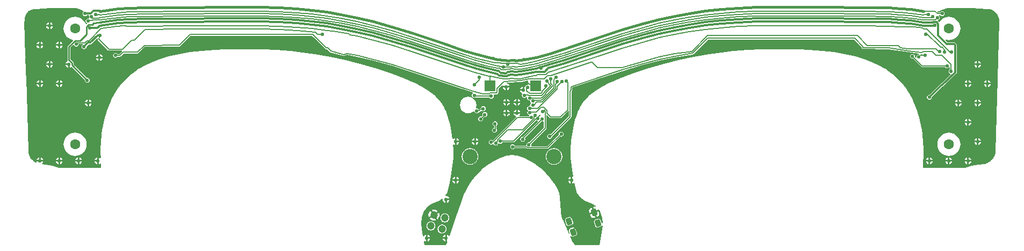
<source format=gtl>
%FSTAX23Y23*%
%MOIN*%
%SFA1B1*%

%IPPOS*%
%AMD27*
4,1,8,0.021000,-0.005900,0.012300,0.018000,0.000900,0.023300,-0.015700,0.017300,-0.021000,0.005900,-0.012300,-0.018000,-0.000900,-0.023300,0.015700,-0.017300,0.021000,-0.005900,0.0*
1,1,0.017800,0.012600,-0.008900*
1,1,0.017800,0.003900,0.014900*
1,1,0.017800,-0.012600,0.008900*
1,1,0.017800,-0.003900,-0.014900*
%
%ADD11C,0.010000*%
%ADD12R,0.068900X0.070900*%
%ADD19C,0.008000*%
%ADD20C,0.006000*%
%ADD21C,0.012000*%
%ADD22C,0.016000*%
%ADD23C,0.014000*%
%ADD24C,0.063000*%
%ADD25C,0.094500*%
%ADD26C,0.047200*%
G04~CAMADD=27~8~0.0~0.0~433.0~354.0~89.0~0.0~15~0.0~0.0~0.0~0.0~0~0.0~0.0~0.0~0.0~0~0.0~0.0~0.0~290.0~432.0~477.0*
%ADD27D27*%
%ADD28C,0.022000*%
%LNglasses_full_v1_small_revised-1*%
%LPD*%
G36*
X02946Y00294D02*
X02957Y00294D01*
X02968Y00292*
X02978Y00289*
X02987Y00284*
X02993Y0028*
X02997Y00277*
X03001Y00273*
X0301Y00262*
X03018Y00248*
X03024Y00231*
X03025Y00222*
X03025Y00221*
X03025Y00221*
X03025Y00221*
X03025Y00216*
X03015Y-00136*
Y-00136*
X03014Y-00138*
X03015Y-00136*
X03014Y-00141*
X03014Y-00146*
Y-00146*
X03007Y-00363*
X03007Y-00368*
X03007Y-00373*
X03Y-0059*
X03Y-0059*
X02999Y-00595*
X02999Y-006*
X02999Y-00603*
Y-00604*
X02998Y-00608*
X02996Y-00613*
X02996Y-00615*
X02994Y-0062*
X02993Y-00622*
X02991Y-00625*
X02988Y-00631*
X02987Y-00631*
X02987Y-00632*
X02984Y-00636*
X02984Y-00636*
X02983Y-00636*
X02983Y-00637*
X02983Y-00637*
X02982Y-00638*
X02979Y-00641*
X02979Y-00641*
X02978Y-00642*
X02975Y-00645*
X0297Y-0065*
X0297Y-0065*
X02966Y-00653*
X02962Y-00656*
X02955Y-0066*
X02953Y-00661*
X0295Y-00662*
X02946Y-00664*
X02936Y-00669*
X02935Y-0067*
X02935Y-0067*
X02934Y-0067*
X02895Y-00673*
X02894Y-00673*
X02894*
X02853Y-0068*
X02852Y-00681*
X02852*
X02812Y-00693*
X02812Y-00693*
X02811Y-00693*
X02806Y-00695*
X02552*
X02549Y-00692*
X0255Y-00679*
Y-00679*
Y-00678*
X02553Y-00602*
X02553Y-00601*
X02553Y-00601*
Y-00569*
Y-00569*
Y-00569*
X02552Y-00537*
X02552Y-00536*
Y-00536*
X02547Y-00485*
X02547Y-00485*
Y-00484*
X02543Y-00457*
X02543Y-00456*
Y-00456*
X02538Y-00429*
Y-00428*
X02538Y-00428*
X02527Y-00384*
X02527Y-00384*
Y-00384*
X02517Y-00349*
X02517Y-00349*
Y-00348*
X02505Y-00313*
X02505Y-00313*
X02505Y-00313*
X02487Y-00272*
X02487Y-00271*
X02487Y-00271*
X02467Y-00233*
X02467Y-00233*
X02466Y-00232*
X02444Y-00197*
X02443Y-00197*
X02443Y-00197*
X0242Y-00167*
X0242Y-00167*
X0242Y-00167*
X02391Y-00137*
X02391Y-00137*
X02391Y-00136*
X02359Y-00109*
X02359Y-00109*
X02359Y-00109*
X02338Y-00093*
X02338*
X02337Y-00093*
X02316Y-00078*
X02315Y-00078*
X02315Y-00078*
X02277Y-00056*
X02277Y-00056*
X02276Y-00056*
X02234Y-00036*
X02233Y-00036*
X02233Y-00036*
X02184Y-00017*
X02184*
X02184Y-00017*
X02134Y-00001*
X02134*
X02134Y-00001*
X02101Y00006*
X021*
X021*
X02067Y00014*
X02067*
X02067*
X02001Y00025*
X02001*
X02001Y00025*
X01927Y00034*
X01927*
X01927*
X01844Y0004*
X01844*
X01844*
X01786Y00042*
X01786*
X01786*
X01727Y00043*
X01727*
X01633Y00043*
X01547Y00042*
X01547*
X01547*
X01461Y00039*
X01461*
X01461*
X01375Y00033*
X01375*
X01375*
X01299Y00024*
X01299*
X01299*
X01223Y00013*
X01223Y00013*
X01223*
X01127Y-00004*
X01127Y-00004*
X01127*
X01035Y-00024*
X01035Y-00025*
X01034*
X00943Y-00048*
X00943Y-00048*
X00943*
X0085Y-00075*
X0085Y-00075*
X00849*
X00757Y-00105*
X00757*
X00757Y-00105*
X00713Y-00121*
X00713*
X00713Y-00121*
X0067Y-00138*
X0067*
X0067Y-00138*
X00609Y-00165*
X00608Y-00165*
X00608Y-00165*
X00557Y-00191*
X00557Y-00191*
X00557Y-00191*
X0052Y-00213*
X0052Y-00213*
X0052Y-00213*
X00497Y-0023*
X00497Y-0023*
X00496Y-0023*
X00475Y-00248*
X00474Y-00249*
X00474Y-00249*
X00453Y-00271*
X00453Y-00271*
X00452Y-00272*
X00434Y-00296*
X00434Y-00296*
X00434Y-00297*
X0042Y-00321*
X0042Y-00322*
X00419Y-00322*
X00408Y-00348*
X00408Y-00348*
X00408Y-00349*
X00396Y-00384*
X00396Y-00385*
X00395Y-00385*
X00385Y-00426*
Y-00426*
X00385Y-00426*
X00376Y-00468*
Y-00468*
X00376Y-00468*
X00368Y-00523*
X00368Y-00524*
X00368Y-00524*
X00365Y-00577*
X00365Y-00577*
X00365Y-00578*
X00365Y-00631*
X00365Y-00631*
X00365Y-00631*
X00369Y-00679*
X00369Y-00679*
Y-00679*
X00376Y-00727*
X00376Y-00727*
Y-00727*
X00379Y-00745*
X00375Y-00749*
X00375*
Y-0077*
Y-0079*
X00378Y-00789*
X00383Y-00786*
X00385Y-00786*
X00388Y-00788*
X00405Y-00852*
Y-00852*
X00405Y-00852*
X00406Y-00854*
X00407Y-00855*
X00407*
Y-00855*
X00424Y-00877*
X00425Y-00877*
X00425Y-00878*
X00447Y-00895*
X00448Y-00895*
X00449Y-00896*
X00474Y-00908*
X00475Y-00908*
X00475Y-00908*
X00483Y-0091*
X00503Y-00919*
X0052Y-00931*
X00521Y-00932*
X00519Y-00936*
X00515Y-00935*
X00507Y-00936*
X00504Y-00938*
X00513Y-00963*
X00535Y-00955*
X00534Y-00953*
X00538Y-00951*
X00547Y-00963*
X00555Y-00982*
X00559Y-01003*
X00563Y-01036*
X00558Y-01037*
X0055Y-01017*
X00548Y-01012*
X00544Y-01009*
X00539Y-01008*
X00534Y-01009*
X00517Y-01015*
X00513Y-01017*
X0051Y-01022*
X00508Y-01027*
X00509Y-01032*
X00518Y-01056*
X00521Y-0106*
X00525Y-01063*
X0053Y-01064*
X00535Y-01064*
X00551Y-01057*
X00556Y-01055*
X00558Y-01052*
X00563Y-01054*
X00562Y-01073*
X00543Y-01173*
X0039*
X00383Y-01162*
X0038Y-01158*
X00379Y-01156*
X00378Y-01154*
X00375Y-0115*
X00372Y-01143*
X00372*
X0037Y-01139*
X00368Y-01134*
X00362Y-01121*
X00365Y-01117*
X00365*
X00369Y-0112*
X00374Y-01121*
X00379Y-0112*
X00396Y-01114*
X004Y-01111*
X00403Y-01107*
X00405Y-01102*
X00404Y-01097*
X00395Y-01073*
X00392Y-01069*
X00388Y-01066*
X00383Y-01065*
X00378Y-01065*
X00362Y-01071*
X00357Y-01074*
X00354Y-01078*
X00353Y-01083*
X00354Y-01088*
X00358Y-011*
X00354Y-01102*
X00316Y-01017*
X00314Y-01012*
X00313Y-01009*
X00312Y-01007*
X00305Y-00977*
X00305Y-00973*
X00304Y-00972*
X00304Y-00967*
X00298Y-00876*
X00298Y-00876*
Y-00875*
X00294Y-00851*
X00293Y-00851*
X00293Y-0085*
X00284Y-00827*
X00284Y-00827*
X00284Y-00826*
X00263Y-00791*
X00263Y-00791*
X00262Y-0079*
X00238Y-00757*
X00238Y-00757*
X00238Y-00756*
X0021Y-00726*
X0021Y-00725*
X0021Y-00725*
X0018Y-00697*
X00179Y-00697*
X00179Y-00697*
X00146Y-00672*
X00146Y-00672*
X00146Y-00671*
X00111Y-0065*
X0011Y-0065*
X0011Y-00649*
X00073Y-00631*
X00073Y-00631*
X00072Y-00631*
X00034Y-00617*
X00033Y-00616*
X00032Y-00616*
X00001Y-00613*
X0Y-00613*
X0Y-00613*
X-00031Y-00616*
X-00032Y-00616*
X-00034Y-00617*
X-00075Y-00632*
X-00075Y-00633*
X-00075Y-00633*
X-00115Y-00653*
X-00115Y-00653*
X-00116Y-00653*
X-00153Y-00677*
X-00153Y-00677*
X-00154Y-00678*
X-00188Y-00705*
X-00188Y-00706*
X-00189Y-00706*
X-0022Y-00737*
X-0022Y-00737*
X-00221Y-00738*
X-00249Y-00772*
X-00249Y-00772*
X-00249Y-00773*
X-00274Y-0081*
X-00274Y-0081*
X-00274Y-0081*
X-00294Y-0085*
X-00295Y-0085*
X-00295Y-0085*
X-00311Y-00892*
Y-00892*
X-00311Y-00892*
X-0034Y-00978*
X-00342Y-00982*
Y-00982*
X-00343Y-00987*
X-00387Y-01116*
X-00393Y-01116*
X-00394Y-01114*
X-00401Y-0111*
X-00404Y-01109*
Y-0113*
Y-01151*
X-00401Y-01154*
X-00408Y-01173*
X-00542*
X-00547Y-01149*
X-00542Y-01146*
X-00537Y-01149*
X-00534Y-0115*
Y-0113*
Y-01109*
X-00537Y-0111*
X-00544Y-01114*
X-00547Y-01119*
X-00553Y-01118*
X-00561Y-01073*
X-00562Y-01039*
X-00558Y-01003*
X-00554Y-00982*
X-00546Y-00963*
X-00534Y-00946*
X-00519Y-00931*
X-00502Y-00919*
X-00482Y-0091*
X-00474Y-00908*
X-00474Y-00908*
X-00473Y-00908*
X-00448Y-00896*
X-00447Y-00895*
X-00446Y-00895*
X-00435Y-00886*
X-0043Y-00888*
X-00431Y-0089*
X-00429Y-00898*
X-00424Y-00905*
X-00417Y-00909*
X-00414Y-0091*
Y-0089*
X-00409*
Y-00885*
X-00389*
X-00389Y-00881*
X-00394Y-00874*
X-00401Y-0087*
X-00409Y-00868*
X-0041Y-00868*
X-00413Y-00864*
X-00406Y-00855*
X-00406Y-00855*
X-00406*
X-00405Y-00854*
X-00405Y-00852*
Y-00852*
X-00404Y-00852*
X-00387Y-00787*
X-00387Y-00787*
Y-00787*
X-00375Y-00727*
Y-00727*
X-00375Y-00727*
X-00368Y-00679*
X-00368Y-00679*
X-00368Y-00679*
X-00364Y-00631*
Y-00631*
X-00364Y-00631*
X-00364Y-00578*
Y-00577*
Y-00577*
X-00366Y-0055*
X-00361Y-00547*
X-00357Y-00549*
X-00354Y-0055*
Y-0053*
Y-00509*
X-00357Y-0051*
X-00364Y-00514*
X-00369Y-00513*
X-00375Y-00468*
X-00375Y-00468*
Y-00468*
X-00384Y-00426*
X-00384Y-00426*
Y-00426*
X-00395Y-00385*
X-00395Y-00385*
Y-00384*
X-00407Y-00349*
X-00407Y-00348*
Y-00348*
X-00419Y-00322*
X-00419Y-00322*
X-00419Y-00321*
X-00433Y-00297*
X-00433Y-00296*
X-00433Y-00296*
X-00451Y-00272*
X-00452Y-00271*
X-00452Y-00271*
X-00473Y-00249*
X-00473Y-00249*
X-00474Y-00248*
X-00496Y-0023*
X-00496Y-0023*
X-00496Y-0023*
X-00519Y-00213*
X-00519Y-00213*
X-0052Y-00213*
X-00556Y-00191*
X-00556Y-00191*
X-00557Y-00191*
X-00607Y-00165*
X-00608Y-00165*
X-00608Y-00165*
X-00669Y-00138*
X-00669Y-00138*
X-00669*
X-00712Y-00121*
X-00713Y-00121*
X-00713*
X-00756Y-00105*
X-00756Y-00105*
X-00757*
X-00849Y-00075*
X-00849*
X-00849Y-00075*
X-00942Y-00048*
X-00942*
X-00942Y-00048*
X-01034Y-00025*
X-01034*
X-01034Y-00024*
X-01126Y-00004*
X-01126*
X-01126*
X-01222Y00013*
X-01222*
X-01222Y00013*
X-01298Y00024*
X-01298*
X-01298*
X-01374Y00033*
X-01374*
X-01374*
X-0146Y00039*
X-0146*
X-0146*
X-01546Y00042*
X-01546*
X-01546*
X-01632Y00043*
X-01632*
X-01726Y00043*
X-01726*
X-01726*
X-01785Y00042*
X-01785*
X-01785*
X-01843Y0004*
X-01844*
X-01844*
X-01926Y00034*
X-01926*
X-01926*
X-02Y00025*
X-02Y00025*
X-02*
X-02066Y00014*
X-02066*
X-02067*
X-021Y00006*
X-021*
X-021*
X-02133Y-00001*
X-02133Y-00001*
X-02133*
X-02183Y-00017*
X-02183Y-00017*
X-02184Y-00017*
X-02232Y-00036*
X-02233Y-00036*
X-02233Y-00036*
X-02276Y-00056*
X-02276Y-00056*
X-02276Y-00056*
X-02314Y-00078*
X-02314Y-00078*
X-02315Y-00078*
X-02337Y-00093*
X-02337Y-00093*
X-02337Y-00093*
X-02358Y-00109*
X-02358Y-00109*
X-02359Y-00109*
X-0239Y-00136*
X-0239Y-00137*
X-02391Y-00137*
X-02419Y-00167*
X-02419Y-00167*
X-02419Y-00167*
X-02443Y-00197*
X-02443Y-00197*
X-02443Y-00197*
X-02466Y-00232*
X-02466Y-00233*
X-02466Y-00233*
X-02486Y-00271*
X-02486Y-00271*
X-02487Y-00272*
X-02504Y-00313*
X-02504Y-00313*
X-02504Y-00313*
X-02516Y-00348*
X-02516Y-00349*
X-02516Y-00349*
X-02526Y-00384*
Y-00384*
Y-00384*
X-02537Y-00428*
Y-00428*
X-02537Y-00429*
X-02542Y-00456*
Y-00456*
Y-00457*
X-02547Y-00484*
Y-00485*
Y-00485*
X-02551Y-00536*
X-02551Y-00536*
X-02551Y-00537*
X-02552Y-00569*
Y-00569*
Y-00569*
Y-00601*
Y-00601*
Y-00602*
X-02551Y-00631*
X-02556Y-00633*
X-02561Y-0063*
X-02564Y-00629*
Y-0065*
Y-0067*
X-02561Y-00669*
X-02554Y-00665*
X-02549Y-00666*
X-02549Y-00678*
Y-00679*
Y-00679*
X-02548Y-0069*
X-02552Y-00693*
X-0281*
X-02811Y-00693*
X-02811Y-00693*
X-02811Y-00693*
X-02851Y-00681*
X-02852*
X-02852Y-0068*
X-02893Y-00673*
X-02893*
X-02894Y-00673*
X-02915Y-00671*
X-02916Y-00666*
X-02914Y-00665*
X-02909Y-00658*
X-02909Y-00655*
X-0295*
X-02949Y-00657*
X-0295Y-00658*
X-02953Y-00659*
X-02951Y-00659*
X-02955Y-0066*
X-02953Y-00659*
X-02956Y-00659*
X-02958Y-00657*
X-02961Y-00656*
X-02964Y-00654*
X-02965Y-00653*
X-02968Y-00651*
X-02971Y-00648*
X-02971Y-00648*
X-02972Y-00647*
X-02973Y-00646*
X-02974Y-00645*
X-02976Y-00644*
X-02978Y-00641*
X-02978Y-00641*
X-02982Y-00638*
X-02985Y-00634*
X-02985Y-00633*
X-02988Y-00629*
X-0299Y-00625*
X-02992Y-00622*
X-02994Y-00618*
X-02994Y-00617*
X-02996Y-00612*
X-02996Y-00611*
X-02997Y-00606*
X-02998Y-00606*
X-02999Y-00601*
X-02999Y-006*
Y-00595*
Y-00595*
X-02999Y-00591*
X-02999Y-0059*
X-03011Y-00237*
X-0301Y-00232*
Y-00232*
X-03011Y-00227*
X-03018Y-0001*
X-03017Y-00005*
X-03018Y0*
X-03025Y00216*
X-03025Y00217*
X-03024Y00221*
X-03024Y00226*
X-03024Y00233*
Y00233*
X-03023Y00238*
X-03022Y00243*
X-0302Y00248*
X-03019Y00251*
X-03018Y00254*
X-03016Y00258*
X-03014Y00263*
X-03014Y00264*
X-03012Y00267*
X-03011*
X-03011Y00268*
X-03009Y00271*
X-03006Y00274*
X-03003Y00278*
X-03003Y00278*
X-03002Y00279*
X-02998Y00282*
X-02994Y00284*
X-02981Y0029*
X-0297Y00294*
X-02961Y00294*
X-02954Y00294*
X-02862Y00301*
X-02726*
X-02704Y00299*
X-02683Y00294*
X-02669Y00288*
X-02659Y00282*
X-02659Y00276*
X-0266Y00275*
X-02663Y0027*
X-02664Y00265*
X-02663Y00259*
X-0266Y00254*
X-02655Y0025*
X-02649Y00249*
X-02643Y0025*
X-02638Y00254*
X-02636Y00257*
X-02625*
X-02622Y00252*
X-02623Y0025*
X-02624Y00245*
X-02623Y00239*
X-02626Y00234*
X-0263Y00235*
X-02635Y00234*
X-0264Y0023*
X-02644Y00225*
X-02645Y0022*
X-02644Y00214*
X-0264Y00209*
X-02637Y00206*
X-02636Y00202*
Y00201*
X-02639Y00199*
X-02644Y002*
Y002*
X-0265Y00213*
X-02659Y00223*
X-0267Y00232*
X-02683Y00239*
X-02696Y00243*
X-02711Y00245*
X-02725Y00243*
X-02738Y00239*
X-02751Y00232*
X-02762Y00223*
X-02771Y00213*
X-02777Y002*
X-02781Y00186*
X-02783Y00172*
X-02781Y00158*
X-02777Y00145*
X-02771Y00132*
X-02762Y00121*
X-02751Y00112*
X-02738Y00106*
X-02726Y00102*
X-02723Y00097*
X-02754Y00066*
X-02756Y00063*
X-02757Y0006*
Y-00023*
X-02756Y-00024*
X-02757Y-0003*
X-02764Y-00034*
X-02769Y-00041*
X-0277Y-00045*
X-02749*
Y-0005*
X-02744*
Y-0007*
X-02741Y-00069*
X-02734Y-00065*
X-02733Y-00065*
X-02649Y-00148*
X-0265Y-0015*
X-02649Y-00155*
X-02645Y-0016*
X-0264Y-00164*
X-02635Y-00165*
X-02629Y-00164*
X-02624Y-0016*
X-0262Y-00155*
X-02619Y-0015*
X-0262Y-00144*
X-02624Y-00139*
X-02629Y-00135*
X-02635Y-00134*
X-02636Y-00135*
X-0272Y-00051*
Y-00041*
X-02721Y-00038*
X-02723Y-00035*
X-02738Y-00019*
Y00056*
X-02723Y00071*
X-02718Y0007*
X-02714Y00065*
X-02709Y00061*
X-02704Y0006*
X-02698Y00061*
X-02693Y00065*
X-02689Y0007*
X-02688Y00076*
X-02687Y00077*
X-02664*
X-02663Y00072*
X-02665Y0007*
X-02669Y00065*
X-0267Y0006*
X-02669Y00054*
X-02665Y00049*
X-0266Y00045*
X-02655Y00044*
X-02649Y00045*
X-02644Y00049*
X-0264Y00054*
X-02639Y0006*
X-02639Y0006*
X-02625Y00074*
X-02616*
X-02612Y00075*
X-02609Y00077*
X-02573Y00113*
X-02569Y0011*
X-0257Y00108*
X-0257Y00107*
X-0257Y00106*
X-0257Y00105*
X-0257Y00105*
X-0257Y00104*
X-02569Y00103*
X-02569Y00102*
X-02569Y00102*
X-02568Y00101*
X-02568Y001*
X-02505Y00038*
X-02503Y00036*
X-025Y00035*
X-0242*
X-02419Y00034*
X-02418Y0003*
X-02435Y00014*
X-02447*
X-02449Y00016*
X-02454Y0002*
X-0246Y00021*
X-02465Y0002*
X-0247Y00016*
X-02474Y00011*
X-02475Y00006*
X-02474Y0*
X-0247Y-00004*
X-02465Y-00008*
X-0246Y-00009*
X-02454Y-00008*
X-02449Y-00004*
X-02447Y-00002*
X-02432*
X-02428Y-00001*
X-02426Y0*
X-02408Y00017*
X-02323*
X-0232Y00018*
X-02318Y0002*
X-02278Y0006*
X-02063Y00061*
X-02062Y00061*
X-0206Y00062*
X-0206*
X-02059Y00062*
X-02058Y00063*
X-01994Y00127*
X-01239*
X-01229Y00117*
X-01227Y00116*
X-01157Y00046*
X-01155Y00044*
X-01152Y00043*
X-01147*
X-01129Y00026*
X-01129Y00025*
X-01129Y00025*
X-01128Y00025*
X-01127Y00024*
X-01126Y00024*
X-01126Y00024*
X-01046Y00002*
X-01045*
X-01044Y00001*
X-01043Y00001*
X-01043*
X-01042Y00002*
X-0104Y00002*
X-01023Y00009*
X-00964Y-00002*
X-00861Y-00027*
X-0075Y-00058*
X-00625Y-00097*
X-00426Y-00163*
X-00306Y-00204*
X-00306*
X-00306*
X-00242Y-00223*
X-00242Y-00229*
X-00244Y-00231*
X-00248Y-00236*
X-00249Y-00242*
X-00248Y-00247*
X-00244Y-00252*
X-00239Y-00256*
X-00234Y-00257*
X-00228Y-00256*
X-00227Y-00255*
X-00226Y-00256*
X-0014*
X-00138Y-00258*
X-00133Y-00262*
X-00128Y-00263*
X-00122Y-00262*
X-00117Y-00258*
X-00113Y-00253*
X-00112Y-00248*
X-00113Y-00242*
X-00114Y-00241*
X-00111Y-00236*
X-00097*
X-00094Y-00236*
X-00091Y-00234*
X-00087Y-00229*
X-00087*
X-00085Y-00226*
X-00084Y-00223*
Y-00204*
X-00062Y-00181*
X-0006Y-00181*
X-00058Y-00185*
X-00015*
X-00016Y-00181*
X-0002Y-00174*
X-00027Y-0017*
X-00034Y-00168*
X-00034Y-00163*
X00058Y-00159*
X00059Y-00159*
X00059*
X00097Y-00151*
X00101Y-00154*
Y-00175*
X00097Y-00179*
X00096Y-00178*
X0009Y-00179*
X00089Y-0018*
X00088Y-0018*
X00086Y-00182*
X00085Y-00182*
X00085Y-00183*
X00083Y-00186*
X0008Y-0019*
X00077Y-00189*
Y-0021*
X00072*
Y-00215*
X00051*
X00052Y-00218*
X00056Y-00225*
X00063Y-00229*
X00063*
X00065Y-00235*
X00063Y-00238*
X00062Y-00244*
X00063Y-00249*
X00067Y-00254*
X00072Y-00258*
X00078Y-00259*
X00083Y-00258*
X00088Y-00254*
X00091Y-0025*
X00092Y-0025*
X00093Y-00252*
X00095Y-00255*
Y-00255*
X00094Y-0026*
X00095Y-00265*
X00099Y-0027*
X00104Y-00274*
X0011Y-00275*
X0011Y-00275*
X00114Y-00278*
X00115Y-00283*
X00118Y-00287*
X00118Y-00291*
X00118Y-00294*
X00115Y-00298*
X00114Y-00304*
X00114Y-00304*
X0011Y-00308*
X0011Y-00308*
X00104Y-00309*
X00099Y-00313*
X00095Y-00318*
X00094Y-00324*
X00095Y-00329*
X00098Y-00334*
X00099Y-00335*
Y-0034*
X00097Y-00344*
X00095Y-0035*
X00097Y-00355*
X001Y-0036*
X00105Y-00364*
X00106Y-00364*
X00108Y-00369*
X00105Y-00372*
X00047*
X00046Y-00367*
X00047Y-00367*
X00051Y-0036*
X00052Y-00357*
X00011*
X00012Y-0036*
X00016Y-00367*
X00023Y-00371*
X00025Y-00372*
X00026Y-00377*
X-00118Y-00522*
X-00122Y-00519*
X-00128Y-00518*
X-00133Y-00519*
X-00138Y-00523*
X-00142Y-00528*
X-00143Y-00534*
X-00142Y-00539*
X-00138Y-00544*
X-00133Y-00548*
X-00128Y-00549*
X-00122Y-00548*
X-00119Y-00546*
X-00115Y-00545*
X-00113Y-00547*
X-0011Y-0055*
X-00105Y-00554*
X-001Y-00555*
X-00094Y-00554*
X-00089Y-0055*
X-00085Y-00545*
X-00085Y-00543*
X-00079Y-0054*
X-00077Y-00542*
X-00072Y-00543*
X-00066Y-00542*
X-00061Y-00538*
X-00058Y-00535*
X0001*
X00012Y-00535*
X00015Y-00534*
X00017Y-00533*
X00152Y-00398*
X00156Y-00401*
X00159Y-00401*
X0016Y-00407*
X00067Y-005*
X00062Y-00501*
X00057Y-00505*
X00053Y-0051*
X00052Y-00516*
X00053Y-00521*
X00057Y-00526*
X00062Y-0053*
X00068Y-00531*
X00073Y-0053*
X00078Y-00526*
X00082Y-00521*
X00083Y-00516*
X00082Y-0051*
X0008Y-00507*
X00183Y-00404*
X00187Y-00405*
X00193Y-00404*
X00198Y-00407*
Y-00444*
X00108Y-00535*
X00105Y-00534*
X00099Y-00535*
X00094Y-00539*
X0009Y-00544*
X00089Y-0055*
X0009Y-00551*
X00086Y-00556*
X00018*
X00018Y-00556*
X00014Y-00551*
X00009Y-00547*
X00004Y-00546*
X-00001Y-00547*
X-00006Y-00551*
X-0001Y-00556*
X-00011Y-00562*
X-0001Y-00567*
X-00006Y-00572*
X-00001Y-00576*
X00004Y-00577*
X00009Y-00576*
X00014Y-00572*
X00015Y-00571*
X0009*
X00092Y-00573*
X00094Y-00574*
X00097Y-00575*
X00222*
X00224Y-00574*
X00227Y-00573*
X00301Y-00498*
X00306Y-00499*
X00311Y-00498*
X00316Y-00494*
X0032Y-00489*
X00321Y-00484*
X0032Y-00478*
X00316Y-00473*
X00311Y-00469*
X00306Y-00468*
X003Y-00469*
X00295Y-00473*
X00291Y-00478*
X0029Y-00484*
X00291Y-00488*
X00219Y-0056*
X00121*
X00119Y-00555*
X0012Y-0055*
X00119Y-00546*
X00212Y-00453*
X00214Y-00451*
X00215Y-00448*
Y-00382*
X00214Y-00379*
X00214Y-00378*
Y-00366*
X00218Y-00364*
X00237Y-00383*
X00239Y-00384*
X00242Y-00385*
X003*
X00302Y-00384*
X00305Y-00383*
X00349Y-00338*
X00354Y-00339*
X00354Y-0034*
Y-00373*
X00242Y-00485*
X00239Y-00483*
X00234Y-00482*
X00228Y-00483*
X00223Y-00487*
X00219Y-00492*
X00218Y-00498*
X00219Y-00503*
X00223Y-00508*
X00228Y-00512*
X00234Y-00513*
X00239Y-00512*
X00244Y-00508*
X00248Y-00503*
X00249Y-00499*
X00367Y-00381*
X00368Y-00378*
X00369Y-00376*
Y-0022*
X00372Y-00216*
X00374Y-00213*
X00375Y-00211*
Y-00195*
X00556Y-00134*
X00685Y-00092*
X00811Y-00055*
X00917Y-00027*
X01013Y-00006*
X01122Y00011*
X01123Y00011*
X01124Y00011*
X01124Y00012*
X01125Y00012*
X01126Y00013*
X01127Y00013*
X01217Y00103*
X02122*
X0217Y00056*
Y00054*
X0217Y00052*
X0217Y00051*
X0217Y00051*
X02171Y00049*
X02172Y00048*
X02173Y00047*
X02175Y00046*
X02175*
X02176Y00046*
X02178Y00046*
X02335Y00044*
X0246Y00025*
X0246*
X0246*
X02524Y00016*
X02526Y00011*
X02526Y0001*
X02525Y0001*
X02519Y00009*
X02514Y00005*
X0251Y0*
X02509Y-00005*
X0251Y-00006*
X02505Y-00008*
X02499Y-00003*
X025Y0*
X02499Y00005*
X02495Y0001*
X0249Y00014*
X02485Y00015*
X02479Y00014*
X02474Y0001*
X0247Y00005*
X02469Y0*
X0247Y-00005*
X02474Y-0001*
X02479Y-00014*
X02485Y-00015*
X02488Y-00014*
X02539Y-00065*
X02541Y-00067*
X02545Y-00068*
X02687*
X02689Y-0007*
X02694Y-00074*
X027Y-00075*
X02705Y-00074*
X0271Y-0007*
X02712Y-00067*
X02717Y-00069*
Y-00081*
X02714Y-00084*
X0271Y-00089*
X02709Y-00095*
X0271Y-001*
X02714Y-00105*
X02719Y-00109*
X02719Y-00109*
X02721Y-00114*
X02667Y-00168*
X02666*
X02662Y-00169*
X02659Y-00171*
X0259Y-00239*
X0259Y-00239*
X02584Y-0024*
X02579Y-00244*
X02575Y-00249*
X02574Y-00255*
X02575Y-0026*
X02579Y-00265*
X02584Y-00269*
X0259Y-0027*
X02595Y-00269*
X026Y-00265*
X02604Y-0026*
X02605Y-00255*
X02605Y-00254*
X0267Y-00188*
X02671*
X02675Y-00187*
X02678Y-00185*
X02757Y-00106*
X02759Y-00103*
X0276Y-00099*
Y00069*
X02759Y00073*
X02757Y00076*
X0275Y00083*
X02747Y00085*
X02743Y00086*
X02702*
X02689Y00099*
X02691Y00103*
X02697Y00102*
X02711Y001*
X02725Y00102*
X02739Y00106*
X02751Y00112*
X02762Y00121*
X02771Y00132*
X02778Y00145*
X02782Y00158*
X02784Y00172*
X02782Y00186*
X02778Y002*
X02771Y00213*
X02762Y00223*
X02751Y00232*
X02739Y00239*
X02725Y00243*
X02711Y00245*
X02697Y00243*
X02684Y00239*
X02671Y00232*
X0266Y00223*
X02652Y00214*
X02651Y00214*
X02646Y00216*
X02643Y0022*
X02643Y0022*
X02644Y00225*
X02645Y00225*
X0265Y00229*
X02654Y00234*
X02655Y0024*
X02654Y00245*
X0265Y0025*
X02649Y00251*
X0265Y00256*
X02657*
X02659Y00254*
X02664Y0025*
X0267Y00249*
X02675Y0025*
X0268Y00254*
X02684Y00259*
X02685Y00265*
X02684Y0027*
X0268Y00275*
X02675Y00279*
X0267Y0028*
X02664Y00279*
X02659Y00275*
X02657Y00273*
X02643*
X02639Y00277*
X02641Y00281*
X02649Y0028*
X02669Y00291*
X02689Y00298*
X02704Y003*
X02719Y00301*
X02855*
X02946Y00294*
G37*
%LNglasses_full_v1_small_revised-2*%
%LPC*%
G36*
X-02864Y0021D02*
Y00195D01*
X-02849*
X-02849Y00198*
X-02854Y00205*
X-02861Y00209*
X-02864Y0021*
G37*
G36*
X-02874D02*
X-02877Y00209D01*
X-02884Y00205*
X-02889Y00198*
X-0289Y00195*
X-02874*
Y0021*
G37*
G36*
X-02849Y00185D02*
X-02864D01*
Y00169*
X-02861Y0017*
X-02854Y00174*
X-02849Y00181*
X-02849Y00185*
G37*
G36*
X-02874D02*
X-0289D01*
X-02889Y00181*
X-02884Y00174*
X-02877Y0017*
X-02874Y00169*
Y00185*
G37*
G36*
X-02804Y0009D02*
Y00075D01*
X-02789*
X-02789Y00078*
X-02794Y00085*
X-02801Y00089*
X-02804Y0009*
G37*
G36*
X-02814D02*
X-02817Y00089D01*
X-02824Y00085*
X-02829Y00078*
X-0283Y00075*
X-02814*
Y0009*
G37*
G36*
X-02924D02*
Y00075D01*
X-02909*
X-02909Y00078*
X-02914Y00085*
X-02921Y00089*
X-02924Y0009*
G37*
G36*
X-02934D02*
X-02937Y00089D01*
X-02944Y00085*
X-02949Y00078*
X-0295Y00075*
X-02934*
Y0009*
G37*
G36*
X-02789Y00065D02*
X-02804D01*
Y00049*
X-02801Y0005*
X-02794Y00054*
X-02789Y00061*
X-02789Y00065*
G37*
G36*
X-02814D02*
X-0283D01*
X-02829Y00061*
X-02824Y00054*
X-02817Y0005*
X-02814Y00049*
Y00065*
G37*
G36*
X-02909D02*
X-02924D01*
Y00049*
X-02921Y0005*
X-02914Y00054*
X-02909Y00061*
X-02909Y00065*
G37*
G36*
X-02934D02*
X-0295D01*
X-02949Y00061*
X-02944Y00054*
X-02937Y0005*
X-02934Y00049*
Y00065*
G37*
G36*
X-02555Y00012D02*
Y-00003D01*
X-02539*
X-0254Y0*
X-02544Y00007*
X-02551Y00011*
X-02555Y00012*
G37*
G36*
X-02565D02*
X-02568Y00011D01*
X-02575Y00007*
X-02579Y0*
X-0258Y-00003*
X-02565*
Y00012*
G37*
G36*
X-02539Y-00013D02*
X-02555D01*
Y-00028*
X-02551Y-00027*
X-02544Y-00023*
X-0254Y-00016*
X-02539Y-00013*
G37*
G36*
X-02565D02*
X-0258D01*
X-02579Y-00016*
X-02575Y-00023*
X-02568Y-00027*
X-02565Y-00028*
Y-00013*
G37*
G36*
X02895Y-00029D02*
Y-00045D01*
X0291*
X0291Y-00041*
X02905Y-00034*
X02898Y-0003*
X02895Y-00029*
G37*
G36*
X02885D02*
X02882Y-0003D01*
X02875Y-00034*
X0287Y-00041*
X0287Y-00045*
X02885*
Y-00029*
G37*
G36*
X-02864D02*
Y-00045D01*
X-02849*
X-02849Y-00041*
X-02854Y-00034*
X-02861Y-0003*
X-02864Y-00029*
G37*
G36*
X-02874D02*
X-02877Y-0003D01*
X-02884Y-00034*
X-02889Y-00041*
X-0289Y-00045*
X-02874*
Y-00029*
G37*
G36*
X0291Y-00055D02*
X02895D01*
Y-0007*
X02898Y-00069*
X02905Y-00065*
X0291Y-00058*
X0291Y-00055*
G37*
G36*
X02885D02*
X0287D01*
X0287Y-00058*
X02875Y-00065*
X02882Y-00069*
X02885Y-0007*
Y-00055*
G37*
G36*
X-02754D02*
X-0277D01*
X-02769Y-00058*
X-02764Y-00065*
X-02757Y-00069*
X-02754Y-0007*
Y-00055*
G37*
G36*
X-02849D02*
X-02864D01*
Y-0007*
X-02861Y-00069*
X-02854Y-00065*
X-02849Y-00058*
X-02849Y-00055*
G37*
G36*
X-02874D02*
X-0289D01*
X-02889Y-00058*
X-02884Y-00065*
X-02877Y-00069*
X-02874Y-0007*
Y-00055*
G37*
G36*
X02955Y-00149D02*
Y-00165D01*
X0297*
X0297Y-00161*
X02965Y-00154*
X02958Y-0015*
X02955Y-00149*
G37*
G36*
X02945D02*
X02942Y-0015D01*
X02935Y-00154*
X0293Y-00161*
X0293Y-00165*
X02945*
Y-00149*
G37*
G36*
X02835D02*
Y-00165D01*
X0285*
X0285Y-00161*
X02845Y-00154*
X02838Y-0015*
X02835Y-00149*
G37*
G36*
X02825D02*
X02822Y-0015D01*
X02815Y-00154*
X0281Y-00161*
X0281Y-00165*
X02825*
Y-00149*
G37*
G36*
X-02804D02*
Y-00165D01*
X-02789*
X-02789Y-00161*
X-02794Y-00154*
X-02801Y-0015*
X-02804Y-00149*
G37*
G36*
X-02814D02*
X-02817Y-0015D01*
X-02824Y-00154*
X-02829Y-00161*
X-0283Y-00165*
X-02814*
Y-00149*
G37*
G36*
X-02924D02*
Y-00165D01*
X-02909*
X-02909Y-00161*
X-02914Y-00154*
X-02921Y-0015*
X-02924Y-00149*
G37*
G36*
X-02934D02*
X-02937Y-0015D01*
X-02944Y-00154*
X-02949Y-00161*
X-0295Y-00165*
X-02934*
Y-00149*
G37*
G36*
X0297Y-00175D02*
X02955D01*
Y-0019*
X02958Y-00189*
X02965Y-00185*
X0297Y-00178*
X0297Y-00175*
G37*
G36*
X02945D02*
X0293D01*
X0293Y-00178*
X02935Y-00185*
X02942Y-00189*
X02945Y-0019*
Y-00175*
G37*
G36*
X0285D02*
X02835D01*
Y-0019*
X02838Y-00189*
X02845Y-00185*
X0285Y-00178*
X0285Y-00175*
G37*
G36*
X02825D02*
X0281D01*
X0281Y-00178*
X02815Y-00185*
X02822Y-00189*
X02825Y-0019*
Y-00175*
G37*
G36*
X-02789D02*
X-02804D01*
Y-0019*
X-02801Y-00189*
X-02794Y-00185*
X-02789Y-00178*
X-02789Y-00175*
G37*
G36*
X-02814D02*
X-0283D01*
X-02829Y-00178*
X-02824Y-00185*
X-02817Y-00189*
X-02814Y-0019*
Y-00175*
G37*
G36*
X-02909D02*
X-02924D01*
Y-0019*
X-02921Y-00189*
X-02914Y-00185*
X-02909Y-00178*
X-02909Y-00175*
G37*
G36*
X-02934D02*
X-0295D01*
X-02949Y-00178*
X-02944Y-00185*
X-02937Y-00189*
X-02934Y-0019*
Y-00175*
G37*
G36*
X00067Y-00189D02*
X00063Y-0019D01*
X00056Y-00194*
X00052Y-00201*
X00051Y-00205*
X00067*
Y-00189*
G37*
G36*
X-00015Y-00195D02*
X-00031D01*
Y-0021*
X-00027Y-00209*
X-0002Y-00205*
X-00016Y-00198*
X-00015Y-00195*
G37*
G36*
X-00041D02*
X-00056D01*
X-00055Y-00198*
X-00051Y-00205*
X-00044Y-00209*
X-00041Y-0021*
Y-00195*
G37*
G36*
X00037Y-00265D02*
Y-00281D01*
X00052*
X00051Y-00277*
X00047Y-0027*
X0004Y-00266*
X00037Y-00265*
G37*
G36*
X00027D02*
X00023Y-00266D01*
X00016Y-0027*
X00012Y-00277*
X00011Y-00281*
X00027*
Y-00265*
G37*
G36*
X-00029D02*
Y-00281D01*
X-00013*
X-00014Y-00277*
X-00018Y-0027*
X-00025Y-00266*
X-00029Y-00265*
G37*
G36*
X-00039D02*
X-00042Y-00266D01*
X-00049Y-0027*
X-00053Y-00277*
X-00054Y-00281*
X-00039*
Y-00265*
G37*
G36*
X02895Y-00269D02*
Y-00285D01*
X0291*
X0291Y-00281*
X02905Y-00274*
X02898Y-0027*
X02895Y-00269*
G37*
G36*
X02885D02*
X02882Y-0027D01*
X02875Y-00274*
X0287Y-00281*
X0287Y-00285*
X02885*
Y-00269*
G37*
G36*
X02775D02*
Y-00285D01*
X0279*
X0279Y-00281*
X02785Y-00274*
X02778Y-0027*
X02775Y-00269*
G37*
G36*
X02765D02*
X02762Y-0027D01*
X02755Y-00274*
X0275Y-00281*
X0275Y-00285*
X02765*
Y-00269*
G37*
G36*
X-02624D02*
Y-00285D01*
X-02609*
X-02609Y-00281*
X-02614Y-00274*
X-02621Y-0027*
X-02624Y-00269*
G37*
G36*
X-02634D02*
X-02637Y-0027D01*
X-02644Y-00274*
X-02649Y-00281*
X-0265Y-00285*
X-02634*
Y-00269*
G37*
G36*
X00052Y-00291D02*
X00037D01*
Y-00306*
X0004Y-00305*
X00047Y-00301*
X00051Y-00294*
X00052Y-00291*
G37*
G36*
X00027D02*
X00011D01*
X00012Y-00294*
X00016Y-00301*
X00023Y-00305*
X00027Y-00306*
Y-00291*
G37*
G36*
X-00013D02*
X-00029D01*
Y-00306*
X-00025Y-00305*
X-00018Y-00301*
X-00014Y-00294*
X-00013Y-00291*
G37*
G36*
X-00039D02*
X-00054D01*
X-00053Y-00294*
X-00049Y-00301*
X-00042Y-00305*
X-00039Y-00306*
Y-00291*
G37*
G36*
X-02609Y-00295D02*
X-02624D01*
Y-0031*
X-02621Y-00309*
X-02614Y-00305*
X-02609Y-00298*
X-02609Y-00295*
G37*
G36*
X-02634D02*
X-0265D01*
X-02649Y-00298*
X-02644Y-00305*
X-02637Y-00309*
X-02634Y-0031*
Y-00295*
G37*
G36*
X0291D02*
X02895D01*
Y-0031*
X02898Y-00309*
X02905Y-00305*
X0291Y-00298*
X0291Y-00295*
G37*
G36*
X02885D02*
X0287D01*
X0287Y-00298*
X02875Y-00305*
X02882Y-00309*
X02885Y-0031*
Y-00295*
G37*
G36*
X0279D02*
X02775D01*
Y-0031*
X02778Y-00309*
X02785Y-00305*
X0279Y-00298*
X0279Y-00295*
G37*
G36*
X02765D02*
X0275D01*
X0275Y-00298*
X02755Y-00305*
X02762Y-00309*
X02765Y-0031*
Y-00295*
G37*
G36*
X-00271Y-00251D02*
X-00285Y-00253D01*
X-00297Y-00258*
X-00308Y-00266*
X-00316Y-00277*
X-00321Y-00289*
X-00323Y-00303*
X-00321Y-00316*
X-00316Y-00329*
X-00308Y-00339*
X-00297Y-00347*
X-00285Y-00353*
X-00271Y-00354*
X-00258Y-00353*
X-00246Y-00347*
X-00238Y-00341*
X-00232Y-00343*
X-00232Y-00345*
X-00228Y-0035*
X-00223Y-00354*
X-00218Y-00355*
X-00212Y-00354*
X-00207Y-0035*
X-00204Y-00346*
X-00202*
X-002Y-00345*
X-00197Y-00343*
X-0019Y-00336*
X-00188Y-00336*
X-00183Y-0034*
X-00178Y-00341*
X-00172Y-0034*
X-00167Y-00336*
X-00163Y-00331*
X-00162Y-00326*
X-00163Y-0032*
X-00167Y-00315*
X-00172Y-00311*
X-00178Y-0031*
X-00183Y-00311*
X-00188Y-00315*
X-00189Y-00315*
X-00191Y-00317*
X-00203Y-00329*
X-00207Y-00329*
X-00212Y-00325*
X-00218Y-00324*
X-0022Y-00325*
X-00223Y-0032*
X-00222Y-00316*
X-0022Y-00303*
X-00222Y-00289*
X-00227Y-00277*
X-00235Y-00266*
X-00246Y-00258*
X-00258Y-00253*
X-00271Y-00251*
G37*
G36*
X00037Y-00331D02*
Y-00347D01*
X00052*
X00051Y-00343*
X00047Y-00336*
X0004Y-00332*
X00037Y-00331*
G37*
G36*
X00027D02*
X00023Y-00332D01*
X00016Y-00336*
X00012Y-00343*
X00011Y-00347*
X00027*
Y-00331*
G37*
G36*
X-00029D02*
Y-00347D01*
X-00013*
X-00014Y-00343*
X-00018Y-00336*
X-00025Y-00332*
X-00029Y-00331*
G37*
G36*
X-00039D02*
X-00042Y-00332D01*
X-00049Y-00336*
X-00053Y-00343*
X-00054Y-00347*
X-00039*
Y-00331*
G37*
G36*
X-00013Y-00357D02*
X-00029D01*
Y-00372*
X-00025Y-00371*
X-00018Y-00367*
X-00014Y-0036*
X-00013Y-00357*
G37*
G36*
X-00039D02*
X-00054D01*
X-00053Y-0036*
X-00049Y-00367*
X-00042Y-00371*
X-00039Y-00372*
Y-00357*
G37*
G36*
X-00168Y-00346D02*
X-00173Y-00347D01*
X-00178Y-00351*
X-00182Y-00356*
X-00183Y-00362*
X-00182Y-00367*
Y-00368*
X-00189Y-00375*
X-00194Y-00374*
X-00199Y-00375*
X-00204Y-00379*
X-00208Y-00384*
X-00209Y-0039*
X-00208Y-00395*
X-00204Y-004*
X-00199Y-00404*
X-00194Y-00405*
X-00188Y-00404*
X-00183Y-004*
X-00179Y-00395*
X-00178Y-0039*
X-00179Y-00385*
X-0017Y-00376*
X-00168Y-00377*
X-00162Y-00376*
X-00157Y-00372*
X-00153Y-00367*
X-00152Y-00362*
X-00153Y-00356*
X-00157Y-00351*
X-00162Y-00347*
X-00168Y-00346*
G37*
G36*
X02835Y-00389D02*
Y-00405D01*
X0285*
X0285Y-00401*
X02845Y-00394*
X02838Y-0039*
X02835Y-00389*
G37*
G36*
X02825D02*
X02822Y-0039D01*
X02815Y-00394*
X0281Y-00401*
X0281Y-00405*
X02825*
Y-00389*
G37*
G36*
X0285Y-00415D02*
X02835D01*
Y-0043*
X02838Y-00429*
X02845Y-00425*
X0285Y-00418*
X0285Y-00415*
G37*
G36*
X02825D02*
X0281D01*
X0281Y-00418*
X02815Y-00425*
X02822Y-00429*
X02825Y-0043*
Y-00415*
G37*
G36*
X-00106Y-00404D02*
X-00111Y-00405D01*
X-00116Y-00409*
X-0012Y-00414*
X-00121Y-0042*
X-0012Y-00425*
X-00116Y-0043*
X-00111Y-00434*
X-00111Y-00434*
Y-00445*
X-00113Y-00445*
X-00118Y-00449*
X-00122Y-00454*
X-00123Y-0046*
X-00122Y-00465*
X-00118Y-0047*
X-00113Y-00474*
X-00108Y-00475*
X-00102Y-00474*
X-00097Y-0047*
X-00093Y-00465*
X-00092Y-0046*
X-00093Y-00454*
X-00097Y-00449*
X-00096Y-00448*
Y-00431*
X-00095Y-0043*
X-00091Y-00425*
X-0009Y-0042*
X-00091Y-00414*
X-00095Y-00409*
X-001Y-00405*
X-00106Y-00404*
G37*
G36*
X02895Y-00509D02*
Y-00525D01*
X0291*
X0291Y-00521*
X02905Y-00514*
X02898Y-0051*
X02895Y-00509*
G37*
G36*
X02885D02*
X02882Y-0051D01*
X02875Y-00514*
X0287Y-00521*
X0287Y-00525*
X02885*
Y-00509*
G37*
G36*
X-00224D02*
Y-00525D01*
X-00209*
X-00209Y-00521*
X-00214Y-00514*
X-00221Y-0051*
X-00224Y-00509*
G37*
G36*
X-00234D02*
X-00237Y-0051D01*
X-00244Y-00514*
X-00249Y-00521*
X-0025Y-00525*
X-00234*
Y-00509*
G37*
G36*
X-00344D02*
Y-00525D01*
X-00329*
X-00329Y-00521*
X-00334Y-00514*
X-00341Y-0051*
X-00344Y-00509*
G37*
G36*
X0291Y-00535D02*
X02895D01*
Y-0055*
X02898Y-00549*
X02905Y-00545*
X0291Y-00538*
X0291Y-00535*
G37*
G36*
X02885D02*
X0287D01*
X0287Y-00538*
X02875Y-00545*
X02882Y-00549*
X02885Y-0055*
Y-00535*
G37*
G36*
X-00209D02*
X-00224D01*
Y-0055*
X-00221Y-00549*
X-00214Y-00545*
X-00209Y-00538*
X-00209Y-00535*
G37*
G36*
X-00234D02*
X-0025D01*
X-00249Y-00538*
X-00244Y-00545*
X-00237Y-00549*
X-00234Y-0055*
Y-00535*
G37*
G36*
X-00329D02*
X-00344D01*
Y-0055*
X-00341Y-00549*
X-00334Y-00545*
X-00329Y-00538*
X-00329Y-00535*
G37*
G36*
X02711Y-00475D02*
X02697Y-00476D01*
X02684Y-0048*
X02671Y-00487*
X0266Y-00496*
X02651Y-00507*
X02645Y-00519*
X0264Y-00533*
X02639Y-00547*
X0264Y-00561*
X02645Y-00575*
X02651Y-00587*
X0266Y-00598*
X02671Y-00607*
X02684Y-00614*
X02697Y-00618*
X02711Y-00619*
X02725Y-00618*
X02739Y-00614*
X02751Y-00607*
X02762Y-00598*
X02771Y-00587*
X02778Y-00575*
X02782Y-00561*
X02784Y-00547*
X02782Y-00533*
X02778Y-00519*
X02771Y-00507*
X02762Y-00496*
X02751Y-00487*
X02739Y-0048*
X02725Y-00476*
X02711Y-00475*
G37*
G36*
X-02711D02*
X-02725Y-00476D01*
X-02738Y-0048*
X-02751Y-00487*
X-02762Y-00496*
X-02771Y-00507*
X-02777Y-00519*
X-02781Y-00533*
X-02783Y-00547*
X-02781Y-00561*
X-02777Y-00575*
X-02771Y-00587*
X-02762Y-00598*
X-02751Y-00607*
X-02738Y-00614*
X-02725Y-00618*
X-02711Y-00619*
X-02696Y-00618*
X-02683Y-00614*
X-0267Y-00607*
X-02659Y-00598*
X-0265Y-00587*
X-02644Y-00575*
X-0264Y-00561*
X-02638Y-00547*
X-0264Y-00533*
X-02644Y-00519*
X-0265Y-00507*
X-02659Y-00496*
X-0267Y-00487*
X-02683Y-0048*
X-02696Y-00476*
X-02711Y-00475*
G37*
G36*
X02835Y-00629D02*
Y-00645D01*
X0285*
X0285Y-00641*
X02845Y-00634*
X02838Y-0063*
X02835Y-00629*
G37*
G36*
X02825D02*
X02822Y-0063D01*
X02815Y-00634*
X0281Y-00641*
X0281Y-00645*
X02825*
Y-00629*
G37*
G36*
X02715D02*
Y-00645D01*
X0273*
X0273Y-00641*
X02725Y-00634*
X02718Y-0063*
X02715Y-00629*
G37*
G36*
X02705D02*
X02702Y-0063D01*
X02695Y-00634*
X0269Y-00641*
X0269Y-00645*
X02705*
Y-00629*
G37*
G36*
X02595D02*
Y-00645D01*
X0261*
X0261Y-00641*
X02605Y-00634*
X02598Y-0063*
X02595Y-00629*
G37*
G36*
X02585D02*
X02582Y-0063D01*
X02575Y-00634*
X0257Y-00641*
X0257Y-00645*
X02585*
Y-00629*
G37*
G36*
X-02574D02*
X-02577Y-0063D01*
X-02584Y-00634*
X-02589Y-00641*
X-0259Y-00645*
X-02574*
Y-00629*
G37*
G36*
X-02684D02*
Y-00645D01*
X-02669*
X-02669Y-00641*
X-02674Y-00634*
X-02681Y-0063*
X-02684Y-00629*
G37*
G36*
X-02694D02*
X-02697Y-0063D01*
X-02704Y-00634*
X-02709Y-00641*
X-0271Y-00645*
X-02694*
Y-00629*
G37*
G36*
X-02804D02*
Y-00645D01*
X-02789*
X-02789Y-00641*
X-02794Y-00634*
X-02801Y-0063*
X-02804Y-00629*
G37*
G36*
X-02814D02*
X-02817Y-0063D01*
X-02824Y-00634*
X-02829Y-00641*
X-0283Y-00645*
X-02814*
Y-00629*
G37*
G36*
X-02924D02*
Y-00645D01*
X-02909*
X-02909Y-00641*
X-02914Y-00634*
X-02921Y-0063*
X-02924Y-00629*
G37*
G36*
X-02934D02*
X-02937Y-0063D01*
X-02944Y-00634*
X-02949Y-00641*
X-0295Y-00645*
X-02934*
Y-00629*
G37*
G36*
X0285Y-00655D02*
X02835D01*
Y-0067*
X02838Y-00669*
X02845Y-00665*
X0285Y-00658*
X0285Y-00655*
G37*
G36*
X02825D02*
X0281D01*
X0281Y-00658*
X02815Y-00665*
X02822Y-00669*
X02825Y-0067*
Y-00655*
G37*
G36*
X0273D02*
X02715D01*
Y-0067*
X02718Y-00669*
X02725Y-00665*
X0273Y-00658*
X0273Y-00655*
G37*
G36*
X02705D02*
X0269D01*
X0269Y-00658*
X02695Y-00665*
X02702Y-00669*
X02705Y-0067*
Y-00655*
G37*
G36*
X0261D02*
X02595D01*
Y-0067*
X02598Y-00669*
X02605Y-00665*
X0261Y-00658*
X0261Y-00655*
G37*
G36*
X02585D02*
X0257D01*
X0257Y-00658*
X02575Y-00665*
X02582Y-00669*
X02585Y-0067*
Y-00655*
G37*
G36*
X-02574D02*
X-0259D01*
X-02589Y-00658*
X-02584Y-00665*
X-02577Y-00669*
X-02574Y-0067*
Y-00655*
G37*
G36*
X-02669D02*
X-02684D01*
Y-0067*
X-02681Y-00669*
X-02674Y-00665*
X-02669Y-00658*
X-02669Y-00655*
G37*
G36*
X-02694D02*
X-0271D01*
X-02709Y-00658*
X-02704Y-00665*
X-02697Y-00669*
X-02694Y-0067*
Y-00655*
G37*
G36*
X-02789D02*
X-02804D01*
Y-0067*
X-02801Y-00669*
X-02794Y-00665*
X-02789Y-00658*
X-02789Y-00655*
G37*
G36*
X-02814D02*
X-0283D01*
X-02829Y-00658*
X-02824Y-00665*
X-02817Y-00669*
X-02814Y-0067*
Y-00655*
G37*
G36*
X00261Y-00571D02*
X00248Y-00572D01*
X00235Y-00578*
X00225Y-00586*
X00216Y-00597*
X00211Y-00609*
X0021Y-00622*
X00211Y-00636*
X00216Y-00648*
X00225Y-00659*
X00235Y-00667*
X00248Y-00672*
X00261Y-00674*
X00275Y-00672*
X00287Y-00667*
X00298Y-00659*
X00306Y-00648*
X00311Y-00636*
X00313Y-00622*
X00311Y-00609*
X00306Y-00597*
X00298Y-00586*
X00287Y-00578*
X00275Y-00572*
X00261Y-00571*
G37*
G36*
X-0026D02*
X-00274Y-00572D01*
X-00286Y-00578*
X-00297Y-00586*
X-00305Y-00597*
X-0031Y-00609*
X-00312Y-00622*
X-0031Y-00636*
X-00305Y-00648*
X-00297Y-00659*
X-00286Y-00667*
X-00274Y-00672*
X-0026Y-00674*
X-00247Y-00672*
X-00235Y-00667*
X-00224Y-00659*
X-00216Y-00648*
X-00211Y-00636*
X-00209Y-00622*
X-00211Y-00609*
X-00216Y-00597*
X-00224Y-00586*
X-00235Y-00578*
X-00247Y-00572*
X-0026Y-00571*
G37*
G36*
X00365Y-00749D02*
X00362Y-0075D01*
X00355Y-00754*
X0035Y-00761*
X0035Y-00765*
X00365*
Y-00749*
G37*
G36*
X-00344D02*
Y-00765D01*
X-00329*
X-00329Y-00761*
X-00334Y-00754*
X-00341Y-0075*
X-00344Y-00749*
G37*
G36*
X-00354D02*
X-00357Y-0075D01*
X-00364Y-00754*
X-00369Y-00761*
X-0037Y-00765*
X-00354*
Y-00749*
G37*
G36*
X00365Y-00775D02*
X0035D01*
X0035Y-00778*
X00355Y-00785*
X00362Y-00789*
X00365Y-0079*
Y-00775*
G37*
G36*
X-00329D02*
X-00344D01*
Y-0079*
X-00341Y-00789*
X-00334Y-00785*
X-00329Y-00778*
X-00329Y-00775*
G37*
G36*
X-00354D02*
X-0037D01*
X-00369Y-00778*
X-00364Y-00785*
X-00357Y-00789*
X-00354Y-0079*
Y-00775*
G37*
G36*
X-00389Y-00895D02*
X-00404D01*
Y-0091*
X-00401Y-00909*
X-00394Y-00905*
X-00389Y-00898*
X-00389Y-00895*
G37*
G36*
X00494Y-00941D02*
X00491Y-00942D01*
X00484Y-00946*
X0048Y-00952*
X00478Y-0096*
X00479Y-00967*
X00482Y-00974*
X00504Y-00967*
X00494Y-00941*
G37*
G36*
X-00484Y-00952D02*
X-00493Y-00953D01*
X-00496Y-00955*
X-00482Y-00979*
X-00458Y-00965*
X-0046Y-00962*
X-00467Y-00957*
X-00475Y-00953*
X-00484Y-00952*
G37*
G36*
X00538Y-00965D02*
X00516Y-00973D01*
X00526Y-00998*
X00529Y-00997*
X00536Y-00993*
X0054Y-00987*
X00542Y-00979*
X00541Y-00972*
X00538Y-00965*
G37*
G36*
X-00505Y-0096D02*
X-00508Y-00962D01*
X-00514Y-00969*
X-00517Y-00977*
X-00518Y-00986*
X-00517Y-00995*
X-00515Y-00999*
X-00491Y-00984*
X-00505Y-0096*
G37*
G36*
X00507Y-00976D02*
X00485Y-00984D01*
X00488Y-00991*
X00492Y-00998*
X00498Y-01002*
X00505Y-01004*
X00513Y-01003*
X00516Y-01001*
X00507Y-00976*
G37*
G36*
X-00453Y-00974D02*
X-00477Y-00988D01*
X-00463Y-01013*
X-0046Y-0101*
X-00455Y-01003*
X-00451Y-00995*
X-0045Y-00986*
X-00451Y-00977*
X-00453Y-00974*
G37*
G36*
X-00486Y-00993D02*
X-0051Y-01007D01*
X-00508Y-0101*
X-00501Y-01016*
X-00493Y-01019*
X-00484Y-0102*
X-00475Y-01019*
X-00472Y-01018*
X-00486Y-00993*
G37*
G36*
X-00416Y-00977D02*
X-00423Y-00978D01*
X-0043Y-0098*
X-00436Y-00985*
X-0044Y-00991*
X-00443Y-00997*
X-00444Y-01005*
X-00443Y-01012*
X-0044Y-01018*
X-00436Y-01024*
X-0043Y-01029*
X-00423Y-01031*
X-00416Y-01032*
X-00409Y-01031*
X-00402Y-01029*
X-00396Y-01024*
X-00392Y-01018*
X-00389Y-01012*
X-00388Y-01005*
X-00389Y-00997*
X-00392Y-00991*
X-00396Y-00985*
X-00402Y-0098*
X-00409Y-00978*
X-00416Y-00977*
G37*
G36*
X00359Y-00998D02*
X00354Y-00999D01*
X00337Y-01005*
X00333Y-01007*
X0033Y-01012*
X00329Y-01017*
X0033Y-01022*
X00338Y-01046*
X00341Y-0105*
X00345Y-01053*
X0035Y-01054*
X00355Y-01053*
X00372Y-01047*
X00376Y-01045*
X00379Y-01041*
X0038Y-01036*
X0038Y-01031*
X00371Y-01007*
X00368Y-01002*
X00364Y-00999*
X00359Y-00998*
G37*
G36*
X-00502Y-01027D02*
X-0051Y-01028D01*
X-00516Y-0103*
X-00522Y-01035*
X-00527Y-01041*
X-00529Y-01047*
X-0053Y-01055*
X-00529Y-01062*
X-00527Y-01068*
X-00522Y-01074*
X-00516Y-01079*
X-0051Y-01081*
X-00502Y-01082*
X-00495Y-01081*
X-00489Y-01079*
X-00483Y-01074*
X-00478Y-01068*
X-00476Y-01062*
X-00475Y-01055*
X-00476Y-01047*
X-00478Y-01041*
X-00483Y-01035*
X-00489Y-0103*
X-00495Y-01028*
X-00502Y-01027*
G37*
G36*
X-00434Y-01045D02*
X-00441Y-01046D01*
X-00448Y-01049*
X-00454Y-01053*
X-00458Y-01059*
X-00461Y-01066*
X-00462Y-01073*
X-00461Y-0108*
X-00458Y-01087*
X-00454Y-01093*
X-00448Y-01097*
X-00441Y-011*
X-00434Y-01101*
X-00427Y-011*
X-0042Y-01097*
X-00414Y-01093*
X-0041Y-01087*
X-00407Y-0108*
X-00406Y-01073*
X-00407Y-01066*
X-0041Y-01059*
X-00414Y-01053*
X-0042Y-01049*
X-00427Y-01046*
X-00434Y-01045*
G37*
G36*
X-00414Y-01109D02*
X-00417Y-0111D01*
X-00424Y-01114*
X-00429Y-01121*
X-0043Y-01125*
X-00414*
Y-01109*
G37*
G36*
X-00524D02*
Y-01125D01*
X-00509*
X-00509Y-01121*
X-00514Y-01114*
X-00521Y-0111*
X-00524Y-01109*
G37*
G36*
X-00414Y-01135D02*
X-0043D01*
X-00429Y-01138*
X-00424Y-01145*
X-00417Y-01149*
X-00414Y-0115*
Y-01135*
G37*
G36*
X-00509D02*
X-00524D01*
Y-0115*
X-00521Y-01149*
X-00514Y-01145*
X-00509Y-01138*
X-00509Y-01135*
G37*
%LNglasses_full_v1_small_revised-3*%
%LPD*%
G54D11*
X-02576Y0021D02*
D01*
X-02576Y0021*
X-02576Y0021*
X-02575Y0021*
X-02575Y0021*
X-02575Y0021*
X-02574Y0021*
X-02574Y0021*
X-02574Y0021*
X-02573Y0021*
X-02573Y00211*
X-02573Y00211*
X-02573Y00211*
X-02556*
X-0258Y0021D02*
X-02576D01*
X-0271Y00098D02*
X-0268D01*
X-0264Y00184D02*
X-02626Y00198D01*
X-0264Y00138D02*
Y00184D01*
X-0268Y00098D02*
X-0264Y00138D01*
X-02748Y0006D02*
X-0271Y00098D01*
X-02748Y-00023D02*
Y0006D01*
Y-00023D02*
X-02729Y-00041D01*
Y-00055D02*
Y-00041D01*
Y-00055D02*
X-02635Y-0015D01*
X-02626Y00198D02*
X-026D01*
Y00205*
X-0258*
Y0021*
G54D12*
X00146Y-00185D03*
X-00135D03*
G54D19*
X00098Y-0022D02*
D01*
X00098Y-0022*
X00097Y-00219*
X00097Y-00219*
X00096Y-00219*
X00096Y-00218*
X00095Y-00218*
X00094Y-00218*
X00094Y-00218*
X00093Y-00218*
X00092Y-00218*
X00092Y-00217*
X00092Y-00218*
X-02412Y00026D02*
X-02323D01*
X-02432Y00006D02*
X-02412Y00026D01*
X-0246Y00006D02*
X-02432D01*
X02568Y00146D02*
X02577Y00138D01*
X02568D02*
X02577D01*
X02568Y00146D02*
X0266Y00055D01*
X0255Y00176D02*
X02555Y00171D01*
X02549Y00176D02*
X0255D01*
X00092Y-00218D02*
Y-00188D01*
X00181Y-00231D02*
X00188Y-00223D01*
X00109Y-00231D02*
X00181D01*
X00212Y-00191D02*
Y-00184D01*
Y-00191D02*
X00212Y-00192D01*
X00188Y-00216D02*
X00212Y-00192D01*
X-02562Y00106D02*
X-02555Y0013D01*
X-02562Y00106D02*
X-025Y00044D01*
X0241Y00054D02*
X02455Y00046D01*
X02458Y00046*
X02555*
X02396Y00067D02*
X0241Y00054D01*
X02336Y00067D02*
X02396D01*
X02461Y00033D02*
X02542Y00022D01*
X02336Y00052D02*
X02461Y00033D01*
X02411Y00183D02*
X02495D01*
X02549Y00176*
X01011Y00001D02*
X01121Y00019D01*
X00915Y-0002D02*
X01011Y00001D01*
X01121Y00019D02*
X01214Y00112D01*
X01095Y00028D02*
X01116Y00031D01*
X01214Y00112D02*
X02126D01*
X00367Y-00189D02*
X00554Y-00126D01*
X02126Y00112D02*
X02178Y00059D01*
Y00054D02*
Y00059D01*
X00554Y-00126D02*
X00683Y-00084D01*
X00809Y-00047D02*
X00915Y-0002D01*
X02178Y00054D02*
X02336Y00052D01*
X00683Y-00084D02*
X00809Y-00047D01*
X01011Y00016D02*
X01095Y00028D01*
X01215Y0013D02*
X02144D01*
X01116Y00031D02*
X01215Y0013D01*
X-02549Y00173D02*
X-0245Y00187D01*
X-02412Y00191*
X-02377Y00185*
X-02281Y00188*
X-025Y00044D02*
X-02416D01*
X-0236Y001D02*
X-02344D01*
X-02416Y00044D02*
X-0236Y001D01*
X-02323Y00026D02*
X-02281Y00068D01*
X-0115Y00161D02*
X-0111Y00158D01*
X-0101Y0014*
X-01006Y00134*
X-01044Y0001D02*
X-01023Y00018D01*
X-01124Y00032D02*
X-01044Y0001D01*
X-01144Y00052D02*
X-01124Y00032D01*
X-01152Y00052D02*
X-01144D01*
X-01223Y00123D02*
X-01152Y00052D01*
X-01023Y00018D02*
X-00962Y00005D01*
X-00234Y-00242D02*
X-00231D01*
X-00226Y-00247*
Y-00248D02*
Y-00247D01*
X0019Y-00344D02*
X0019D01*
X00199Y-00335*
X00206Y-00342*
Y-00381D02*
Y-00342D01*
Y-00381D02*
X00206Y-00382D01*
X00098Y-0022D02*
X00109Y-00231D01*
X00188Y-00223D02*
Y-00216D01*
X0264Y00265D02*
X0267D01*
X02624Y00281D02*
X0264Y00265D01*
X02555Y00281D02*
X02624D01*
X-00069Y-00042D02*
X00008D01*
X00096Y-00194D02*
Y-00192D01*
X00092Y-00188D02*
X00096Y-00192D01*
X-00135Y-00228D02*
X-00097D01*
X-00092Y-002D02*
X-00048Y-00156D01*
X-00092Y-00223D02*
Y-002D01*
X-00097Y-00228D02*
X-00092Y-00223D01*
X-00048Y-00156D02*
X00058Y-00151D01*
X00103Y-00141D02*
X002D01*
X00058Y-00151D02*
X00103Y-00141D01*
X02144Y0013D02*
X02205Y00068D01*
X02232*
X02336Y00067*
X-01205Y00135D02*
X-01175D01*
X-01221Y00151D02*
X-01205Y00135D01*
X-01332Y00161D02*
X-01221Y00151D01*
X-01223Y00123D02*
X-01223D01*
X-01997Y00136D02*
X-01236D01*
X-01223Y00123*
X-02281Y00068D02*
X-02064Y00069D01*
X-01997Y00136*
X-00962Y00005D02*
X-00859Y-00019D01*
X-00747Y-0005*
X-00623Y-00089*
X-00424Y-00156*
X-00304Y-00196*
X-00219Y-00222*
X-0018Y-00233*
X-0014*
X-00135Y-00228*
X002Y-00141D02*
X00222Y-0012D01*
X0024*
X00492Y-00036*
X00498*
X00531Y-00069*
X00683*
X00809Y-00032*
X00915Y-00005*
X01011Y00016*
X00105Y-0055D02*
X00206Y-00448D01*
Y-00382*
X-00226Y-00248D02*
X-00128D01*
X00136Y-00121D02*
X00151D01*
X00053Y-00139D02*
X00136Y-00121D01*
X00211Y-00114D02*
X00224Y-001D01*
X00158Y-00114D02*
X00211D01*
X00151Y-00121D02*
X00158Y-00114D01*
X-02344Y001D02*
X-02276Y00168D01*
X-0205Y00169*
X-01757Y00171*
X-01561Y00171D02*
X-0144Y00168D01*
X-01332Y00161*
X-01757Y00171D02*
X-01561Y00171D01*
X-00053Y-00066D02*
X-00047Y-00067D01*
X-00075Y-00063D02*
X-00053Y-00066D01*
X-00045*
X-00044Y-00067*
X-00022Y-00081D02*
X0Y-00078D01*
X-00022Y-00081D02*
D01*
X-00026Y-00049D02*
Y-00045D01*
X-00142Y-00063D02*
X-00088Y-00075D01*
X-00044Y-00067D02*
X-00035Y-00068D01*
X-00047Y-00067D02*
X-00044Y-00067D01*
X02485Y0D02*
X02545Y-0006D01*
X027*
X02629Y00046D02*
X02646Y0003D01*
X02655*
X02685Y00025D02*
Y0004D01*
X0267Y00055D02*
X02685Y0004D01*
X0266Y00055D02*
X0267D01*
X0001Y-00065D02*
X00021Y-00066D01*
X-00011Y-00066D02*
X0001Y-00065D01*
X-0002Y-00068D02*
X-00011Y-00066D01*
X-00035Y-00068D02*
X-0002D01*
X-00078Y-0006D02*
X-00075Y-00063D01*
X-00088Y-0006D02*
X-00078D01*
X-00137Y-00035D02*
X-00105Y-00041D01*
X-0007*
X-00069Y-00042*
X-00219Y-00012D02*
X-00137Y-00035D01*
X00029Y-00044D02*
X00053Y-00049D01*
X00008Y-00042D02*
X00029Y-00044D01*
X00053Y-00049D02*
X00094Y-00043D01*
X02555Y00046D02*
X02629D01*
X-02556Y00226D02*
X-02444Y00241D01*
X-02377Y00245*
X-02556Y00241D02*
X-02444Y00256D01*
X-00134Y-00125D02*
X-00088Y-00135D01*
X-00142Y-00123D02*
X-00134Y-00125D01*
X-00022Y-00141D02*
X0Y-00138D01*
X-00048Y-0014D02*
X-00022Y-00141D01*
X00021Y-00141D02*
X00053Y-00139D01*
X-01762Y00191D02*
X-01566Y00191D01*
X-01445Y00188D02*
X-01337Y00181D01*
X-01241Y00172*
X-01006Y00134D02*
X-00962Y00125D01*
X-00747Y00069D02*
X-00623Y0003D01*
X-00424Y-00036D02*
X-00304Y-00076D01*
X0Y-00138D02*
X00021Y-00141D01*
X-00088Y-00135D02*
X-00048Y-0014D01*
X-00219Y-00102D02*
X-00142Y-00123D01*
X00554Y00008D02*
X00683Y0005D01*
X00809Y00087D02*
X00915Y00115D01*
X012Y00168D02*
X01299Y00178D01*
X01403Y00186D02*
X01517Y0019D01*
X0167Y00191D02*
X01943Y0019D01*
X02336Y00187D02*
X02411Y00183D01*
X-00859Y001D02*
X-00747Y00069D01*
X00224Y-001D02*
X00327Y-00068D01*
X01102Y00153D02*
X012Y00168D01*
X-01566Y00191D02*
X-01445Y00188D01*
X-02055Y00189D02*
X-01762Y00191D01*
X-02281Y00188D02*
X-02055Y00189D01*
X-00962Y00125D02*
X-00859Y001D01*
X-01241Y00172D02*
X-0115Y00161D01*
X00915Y00115D02*
X01011Y00136D01*
X01943Y0019D02*
X02178Y00189D01*
X01517Y0019D02*
X0167Y00191D01*
X01299Y00178D02*
X01403Y00186D01*
X02178Y00189D02*
X02336Y00187D01*
X-00304Y-00076D02*
X-00219Y-00102D01*
X-00623Y0003D02*
X-00424Y-00036D01*
X01011Y00136D02*
X01102Y00153D01*
X00683Y0005D02*
X00809Y00087D01*
X00327Y-00068D02*
X00554Y00008D01*
X00021Y-00081D02*
X00053Y-00079D01*
X-02377Y00245D02*
X-02281Y00248D01*
X-01762Y00251D02*
X-01566Y00251D01*
X-01445Y00248D02*
X-01337Y00241D01*
X-01241Y00232*
X-01062Y00206D02*
X-00962Y00185D01*
X-00747Y00129D02*
X-00623Y0009D01*
X-00424Y00024D02*
X-00304Y-00016D01*
X0Y-00078D02*
X00021Y-00081D01*
X-00219Y-00042D02*
X-00142Y-00063D01*
X00094Y-00073D02*
X0015Y-00061D01*
X00224Y-0004*
X00554Y00068D02*
X00683Y0011D01*
X00809Y00147D02*
X00915Y00175D01*
X012Y00228D02*
X01299Y00238D01*
X01403Y00246D02*
X01517Y0025D01*
X0167Y00251D02*
X01943Y0025D01*
X02411Y00243D02*
X02473Y00237D01*
X02555Y00226*
X02336Y00247D02*
X02411Y00243D01*
X-0115Y00221D02*
X-01062Y00206D01*
X-00859Y0016D02*
X-00747Y00129D01*
X00224Y-0004D02*
X00327Y-00008D01*
X01102Y00213D02*
X012Y00228D01*
X-01566Y00251D02*
X-01445Y00248D01*
X-02055Y00249D02*
X-01762Y00251D01*
X-02281Y00248D02*
X-02055Y00249D01*
X-00962Y00185D02*
X-00859Y0016D01*
X-01241Y00232D02*
X-0115Y00221D01*
X00053Y-00079D02*
X00094Y-00073D01*
X00915Y00175D02*
X01011Y00196D01*
X01943Y0025D02*
X02178Y00249D01*
X01517Y0025D02*
X0167Y00251D01*
X01299Y00238D02*
X01403Y00246D01*
X02178Y00249D02*
X02336Y00247D01*
X-00304Y-00016D02*
X-00219Y-00042D01*
X-00623Y0009D02*
X-00424Y00024D01*
X01011Y00196D02*
X01102Y00213D01*
X00683Y0011D02*
X00809Y00147D01*
X00327Y-00008D02*
X00554Y00068D01*
X00021Y-00066D02*
X00053Y-00064D01*
X-02377Y0026D02*
X-02281Y00263D01*
X-02444Y00256D02*
X-02377Y0026D01*
X-01762Y00266D02*
X-01566Y00266D01*
X-01445Y00263D02*
X-01337Y00256D01*
X-01241Y00247*
X-01062Y00221D02*
X-00962Y002D01*
X-00747Y00144D02*
X-00623Y00105D01*
X-00424Y00039D02*
X-00304Y-00001D01*
X-00142Y-00048D02*
X-00088Y-0006D01*
X-00219Y-00027D02*
X-00142Y-00048D01*
X00094Y-00058D02*
X0015Y-00046D01*
X00224Y-00025*
X00554Y00083D02*
X00683Y00125D01*
X00809Y00162D02*
X00915Y0019D01*
X012Y00243D02*
X01299Y00253D01*
X01403Y00261D02*
X01517Y00265D01*
X0167Y00266D02*
X01943Y00265D01*
X02411Y00258D02*
X02473Y00252D01*
X02555Y00241*
X02336Y00262D02*
X02411Y00258D01*
X-0115Y00236D02*
X-01062Y00221D01*
X-00859Y00175D02*
X-00747Y00144D01*
X00224Y-00025D02*
X00327Y00006D01*
X01102Y00228D02*
X012Y00243D01*
X-01566Y00266D02*
X-01445Y00263D01*
X-02055Y00264D02*
X-01762Y00266D01*
X-02281Y00263D02*
X-02055Y00264D01*
X-00962Y002D02*
X-00859Y00175D01*
X-01241Y00247D02*
X-0115Y00236D01*
X00053Y-00064D02*
X00094Y-00058D01*
X00915Y0019D02*
X01011Y00211D01*
X01943Y00265D02*
X02178Y00264D01*
X01517Y00265D02*
X0167Y00266D01*
X01299Y00253D02*
X01403Y00261D01*
X02178Y00264D02*
X02336Y00262D01*
X-00304Y-00001D02*
X-00219Y-00027D01*
X-00623Y00105D02*
X-00424Y00039D01*
X01011Y00211D02*
X01102Y00228D01*
X00683Y00125D02*
X00809Y00162D01*
X00327Y00006D02*
X00554Y00083D01*
X-02377Y00275D02*
X-02281Y00278D01*
X-02444Y00271D02*
X-02377Y00275D01*
X-01762Y00281D02*
X-01566Y00281D01*
X-01445Y00278D02*
X-01337Y00271D01*
X-01241Y00262*
X-01062Y00236D02*
X-00962Y00215D01*
X-00747Y00159D02*
X-00623Y0012D01*
X-00424Y00054D02*
X-00304Y00013D01*
X00094Y-00043D02*
X0015Y-00031D01*
X00224Y-0001*
X00554Y00098D02*
X00683Y0014D01*
X00809Y00177D02*
X00915Y00205D01*
X012Y00258D02*
X01299Y00268D01*
X01403Y00276D02*
X01517Y0028D01*
X0167Y00281D02*
X01943Y0028D01*
X02411Y00273D02*
X02473Y00267D01*
X02555Y00256*
X02336Y00277D02*
X02411Y00273D01*
X-0115Y00251D02*
X-01062Y00236D01*
X-00859Y0019D02*
X-00747Y00159D01*
X00224Y-0001D02*
X00327Y00021D01*
X01102Y00243D02*
X012Y00258D01*
X-01566Y00281D02*
X-01445Y00278D01*
X-02055Y00279D02*
X-01762Y00281D01*
X-02281Y00278D02*
X-02055Y00279D01*
X-02556Y00256D02*
X-02444Y00271D01*
X-00962Y00215D02*
X-00859Y0019D01*
X-01241Y00262D02*
X-0115Y00251D01*
X00915Y00205D02*
X01011Y00226D01*
X01943Y0028D02*
X02178Y00279D01*
X01517Y0028D02*
X0167Y00281D01*
X01299Y00268D02*
X01403Y00276D01*
X02178Y00279D02*
X02336Y00277D01*
X-00304Y00013D02*
X-00219Y-00012D01*
X-00623Y0012D02*
X-00424Y00054D01*
X01011Y00226D02*
X01102Y00243D01*
X00683Y0014D02*
X00809Y00177D01*
X00327Y00021D02*
X00554Y00098D01*
G54D20*
X00004Y-00562D02*
D01*
X00004Y-00562*
X00004Y-00562*
X00005Y-00562*
X00005Y-00563*
X00005Y-00563*
X00006Y-00563*
X00006Y-00563*
X00007Y-00563*
X00007Y-00563*
X00008Y-00563*
X00008Y-00563*
X00008Y-00564*
X-02624Y00098D02*
X-02549Y00173D01*
X-02635Y00098D02*
X-02624D01*
X-02648Y00084D02*
X-02635Y00098D01*
X-02695Y00084D02*
X-02648D01*
X-02704Y00076D02*
X-02695Y00084D01*
X-00234Y-00178D02*
X-00232D01*
X-00202Y-00148*
X02574Y00171D02*
X02718Y00028D01*
X02555Y00171D02*
X02574D01*
X00185Y-00242D02*
X00199Y-00228D01*
X00104Y-00242D02*
X00185D01*
X00101Y-00239D02*
X00104Y-00242D01*
X00082Y-00239D02*
X00101D01*
X00078Y-00244D02*
X00082Y-00239D01*
X00189Y-00252D02*
X0019D01*
X00181Y-0026D02*
X00189Y-00252D01*
X0011Y-0026D02*
X00181D01*
X00193Y-00262D02*
X00194D01*
X00181Y-00274D02*
X00193Y-00262D01*
X00134Y-00274D02*
X00181D01*
X00198Y-00272D02*
X00198D01*
X00186Y-00284D02*
X00198Y-00272D01*
X00154Y-00284D02*
X00186D01*
X0028Y-00204D02*
Y-00186D01*
X00202Y-00282D02*
X0028Y-00204D01*
X00202Y-00282D02*
X00202D01*
X0016Y-00324D02*
X00202Y-00282D01*
X0027Y-002D02*
Y-00172D01*
X00198Y-00272D02*
X0027Y-002D01*
X0026Y-00196D02*
Y-00145D01*
X00194Y-00262D02*
X0026Y-00196D01*
X0025Y-00186D02*
Y-00177D01*
X00209Y-00226D02*
X0025Y-00186D01*
X00209Y-00232D02*
Y-00226D01*
X0019Y-00252D02*
X00209Y-00232D01*
X00199Y-00222D02*
X0024Y-00182D01*
X00199Y-00228D02*
Y-00222D01*
X00216Y-00158D02*
Y-00154D01*
Y-00158D02*
X0024Y-00182D01*
X0018Y-00317D02*
X00196D01*
X02545Y00005D02*
X02565D01*
X02542Y00022D02*
X02556Y0003D01*
X00367Y-00211D02*
Y-00189D01*
X00362Y-00217D02*
X00367Y-00211D01*
X00362Y-00376D02*
Y-00217D01*
X00238Y-005D02*
X00362Y-00376D01*
X00234Y-00498D02*
X00238Y-005D01*
X02607Y0003D02*
X0263Y00007D01*
X02556Y0003D02*
X02607D01*
X0263Y00007D02*
X02668D01*
X02725Y-0005*
Y-00095D02*
Y-0005D01*
X00242Y-00378D02*
X003D01*
X00217Y-00353D02*
X00242Y-00378D01*
X00217Y-00353D02*
Y-00338D01*
X0021Y-00331D02*
X00217Y-00338D01*
X003Y-00378D02*
X00346Y-00332D01*
Y-00162*
X00338Y-00154D02*
X00346Y-00162D01*
X0021Y-00331D02*
D01*
X00206Y-00328D02*
X0021Y-00331D01*
X00196Y-00317D02*
X00206Y-00328D01*
X00142Y-00366D02*
X00143Y-00367D01*
X00152Y-00388D02*
X0016D01*
X00161Y-00386*
X00143Y-00367D02*
X00144D01*
X00161Y-00386D02*
Y-00379D01*
X00177Y-00363*
X00152Y-00346D02*
X0018Y-00317D01*
X0017Y-0037D02*
Y-00367D01*
X00111Y-0035D02*
Y-00346D01*
X00034Y-0038D02*
X0012D01*
X00068Y-00457D02*
X00138Y-00387D01*
X00012Y-00528D02*
X00152Y-00388D01*
X00112Y-00346D02*
X00152D01*
X0011Y-00324D02*
X0016D01*
X0013Y-00304D02*
X00132Y-00302D01*
X00136D02*
X00154Y-00284D01*
X0013Y-00278D02*
X00134Y-00274D01*
X00068Y-0051D02*
X00187Y-0039D01*
X-00026Y-00457D02*
X00068D01*
X02626Y00226D02*
X0264Y0024D01*
X02555Y00226D02*
X02626D01*
X0261Y00245D02*
X02615Y0024D01*
X02558Y0026D02*
X02585D01*
X02556Y0024D02*
X02615D01*
X02718Y00028D02*
X02726D01*
X00138Y-00387D02*
Y-0037D01*
X00098Y-00164D02*
X00106Y-00172D01*
X00133*
X00146Y-00185*
X-00116Y-0053D02*
X00034Y-0038D01*
X-00122Y-0053D02*
X-00116D01*
X-00125Y-00534D02*
X-00122Y-0053D01*
X-0009Y-00528D02*
Y-0052D01*
X-001Y-00538D02*
X-0009Y-00528D01*
X-001Y-0054D02*
Y-00538D01*
X00012Y-00528D02*
X00012Y-00528D01*
X-00072Y-00528D02*
X00012D01*
X-0009Y-0052D02*
X-00026Y-00457D01*
X00242Y-00169D02*
X0025Y-00177D01*
X00242Y-00169D02*
Y-00143D01*
X0024Y-00141D02*
X00242Y-00143D01*
X0026Y-00145D02*
X00273Y-00132D01*
Y-0013*
X0027Y-00172D02*
X0028Y-00162D01*
Y-00158*
Y-00186D02*
X0031Y-00156D01*
X00111Y-00346D02*
X00112Y-00346D01*
X00138Y-0037D02*
X00142Y-00366D01*
X00132Y-00302D02*
X00136D01*
X00152Y-00388D02*
X00152D01*
X0017Y-0037*
X00068Y-00516D02*
Y-0051D01*
X-00202Y-00148D02*
Y-0013D01*
X00008Y-00564D02*
X00093D01*
X00097Y-00568*
X00222*
X00306Y-00484*
X-00106Y-0042D02*
X-00104Y-00422D01*
Y-00448D02*
Y-00422D01*
X-00104Y-00449D02*
X-00104Y-00448D01*
X-00104Y-00456D02*
Y-00449D01*
X-00108Y-0046D02*
X-00104Y-00456D01*
X-0017Y-00366D02*
X-00168D01*
Y-00362*
X-00194Y-0039D02*
X-0017Y-00366D01*
X-00182Y-00322D02*
X-00178Y-00326D01*
X-00186Y-00322D02*
X-00182D01*
X-00202Y-00338D02*
X-00186Y-00322D01*
X-00216Y-00338D02*
X-00202D01*
X-00218Y-0034D02*
X-00216Y-00338D01*
X02525Y-00005D02*
X0254Y0001D01*
X02545Y00005*
X-00065Y-00085D02*
X-0004D01*
X-00075Y-00075D02*
X-00065Y-00085D01*
X-0004D02*
X-00035Y-0008D01*
X-00022*
X-00088Y-00075D02*
X-00075D01*
X02555Y00256D02*
X02558Y0026D01*
X02555Y00241D02*
X02556Y0024D01*
X-02557Y00226D02*
X-02556D01*
X-0263Y0022D02*
X-02627Y00223D01*
X-02601Y00225D02*
X-026Y00226D01*
X-02602Y00225D02*
X-02601D01*
X-02604Y00223D02*
X-02602Y00225D01*
X-02627Y00223D02*
X-02604D01*
X-02558Y00226D02*
X-02557Y00226D01*
X-026Y00226D02*
X-02558D01*
X-02563Y00238D02*
X-02557Y00243D01*
X-02585Y00238D02*
X-02563D01*
X-02605Y00238D02*
X-02585D01*
X-02585Y00238*
X-02585Y00238D02*
D01*
X-02559Y00259D02*
X-02557Y00258D01*
X-02569Y00259D02*
X-02559D01*
X-0257Y00258D02*
X-02569Y00259D01*
X-02571Y00258D02*
X-0257D01*
X-02574Y00255D02*
X-02571Y00258D01*
X-02574Y00255D02*
X-02574D01*
X-00135Y-00127D02*
X-00134Y-00127D01*
X-00135Y-00185D02*
Y-00127D01*
G54D21*
X0015Y-00076D02*
X00178Y-00068D01*
X-0263Y00085D02*
X-02616D01*
X-02655Y0006D02*
X-0263Y00085D01*
X-02616D02*
X-02571Y0013D01*
X02623Y00191D02*
X02624Y0019D01*
X02645Y00129D02*
Y002D01*
Y00129D02*
X02698Y00076D01*
X02636Y00209D02*
Y00213D01*
Y00209D02*
X02645Y002D01*
X02624Y0019D02*
Y00192D01*
X02615Y00213D02*
X02636D01*
X02613Y00211D02*
X02615Y00213D01*
X02555Y00211D02*
X02613D01*
X02743Y00076D02*
X0275Y00069D01*
X02698Y00076D02*
X02743D01*
X-00036Y-00106D02*
X-00027Y-00096D01*
X-00048Y-00106D02*
X-00036D01*
X-00027Y-00096D02*
X-00023D01*
X-00084Y-0009D02*
X-00071Y-00103D01*
X-00023Y-00096D02*
X-00022Y-00096D01*
X-00051Y-00103D02*
X-00048Y-00106D01*
X-00071Y-00103D02*
X-00051D01*
X-00088Y-0009D02*
X-00084D01*
X-00142Y-00078D02*
X-00088Y-0009D01*
X02555Y00191D02*
X02623D01*
X00179Y-00072D02*
Y-00068D01*
X00224Y-00055*
X0275Y-00099D02*
Y00069D01*
X02671Y-00178D02*
X0275Y-00099D01*
X02666Y-00178D02*
X02671D01*
X0259Y-00255D02*
X02666Y-00178D01*
X-02571Y0013D02*
X-02555D01*
X-02612Y00268D02*
X-02597Y00283D01*
X-02646Y00268D02*
X-02612D01*
X-02597Y00283D02*
X-02557D01*
X-02649Y00265D02*
X-02646Y00268D01*
X-02557Y00283D02*
X-02556Y00281D01*
X-00022Y-00096D02*
X0Y-00093D01*
X00021Y-00096D02*
X00053Y-00094D01*
X-02377Y0023D02*
X-02281Y00233D01*
X-02444Y00226D02*
X-02377Y0023D01*
X-01762Y00236D02*
X-01566Y00236D01*
X-01445Y00233D02*
X-01337Y00226D01*
X-01241Y00217*
X-01062Y00191D02*
X-00962Y0017D01*
X-00747Y00114D02*
X-00623Y00075D01*
X-00424Y00009D02*
X-00304Y-00031D01*
X0Y-00093D02*
X00021Y-00096D01*
X-00219Y-00057D02*
X-00142Y-00078D01*
X00094Y-00088D02*
X0015Y-00076D01*
X00554Y00053D02*
X00683Y00095D01*
X00809Y00132D02*
X00915Y0016D01*
X012Y00213D02*
X01299Y00223D01*
X01403Y00231D02*
X01517Y00235D01*
X0167Y00236D02*
X01943Y00235D01*
X02411Y00228D02*
X02473Y00222D01*
X02555Y00211*
X02336Y00232D02*
X02411Y00228D01*
X-0115Y00206D02*
X-01062Y00191D01*
X-00859Y00145D02*
X-00747Y00114D01*
X00224Y-00055D02*
X00327Y-00023D01*
X01102Y00198D02*
X012Y00213D01*
X-01566Y00236D02*
X-01445Y00233D01*
X-02055Y00234D02*
X-01762Y00236D01*
X-02281Y00233D02*
X-02055Y00234D01*
X-02556Y00211D02*
X-02444Y00226D01*
X-00962Y0017D02*
X-00859Y00145D01*
X-01241Y00217D02*
X-0115Y00206D01*
X00053Y-00094D02*
X00094Y-00088D01*
X00915Y0016D02*
X01011Y00181D01*
X01943Y00235D02*
X02178Y00234D01*
X01517Y00235D02*
X0167Y00236D01*
X01299Y00223D02*
X01403Y00231D01*
X02178Y00234D02*
X02336Y00232D01*
X-00304Y-00031D02*
X-00219Y-00057D01*
X-00623Y00075D02*
X-00424Y00009D01*
X01011Y00181D02*
X01102Y00198D01*
X00683Y00095D02*
X00809Y00132D01*
X00327Y-00023D02*
X00554Y00053D01*
G54D22*
X-00117Y-00013D02*
X-00088Y-0002D01*
X-00142Y-00008D02*
X-00117Y-00013D01*
X-00022Y-00026D02*
X0Y-00023D01*
X-00048Y-00025D02*
X-00022Y-00026D01*
X-00088Y-0002D02*
X-00048Y-00025D01*
X00074Y-00021D02*
X00094Y-00018D01*
X00053Y-00024D02*
X00074Y-00021D01*
X0Y-00023D02*
X00016Y-00025D01*
X00021Y-00026D02*
X00053Y-00024D01*
X-02377Y003D02*
X-02281Y00303D01*
X-02444Y00296D02*
X-02377Y003D01*
X-01762Y00306D02*
X-01566Y00306D01*
X-01445Y00303D02*
X-01337Y00296D01*
X-01241Y00287*
X-01062Y00261D02*
X-00962Y0024D01*
X-00747Y00184D02*
X-00623Y00145D01*
X-00424Y00079D02*
X-00304Y00038D01*
X-00219Y00012D02*
X-00142Y-00008D01*
X00094Y-00018D02*
X0015Y-00006D01*
X00224Y00014*
X00554Y00123D02*
X00683Y00165D01*
X00809Y00202D02*
X00915Y0023D01*
X012Y00283D02*
X01299Y00293D01*
X01403Y00301D02*
X01517Y00305D01*
X0167Y00306D02*
X01943Y00305D01*
X02411Y00298D02*
X02473Y00292D01*
X02555Y00281*
X02336Y00302D02*
X02411Y00298D01*
X-0115Y00276D02*
X-01062Y00261D01*
X-00859Y00215D02*
X-00747Y00184D01*
X00224Y00014D02*
X00327Y00046D01*
X01102Y00268D02*
X012Y00283D01*
X-01566Y00306D02*
X-01445Y00303D01*
X-02055Y00304D02*
X-01762Y00306D01*
X-02281Y00303D02*
X-02055Y00304D01*
X-02556Y00281D02*
X-02444Y00296D01*
X-00962Y0024D02*
X-00859Y00215D01*
X-01241Y00287D02*
X-0115Y00276D01*
X00915Y0023D02*
X01011Y00251D01*
X01943Y00305D02*
X02178Y00304D01*
X01517Y00305D02*
X0167Y00306D01*
X01299Y00293D02*
X01403Y00301D01*
X02178Y00304D02*
X02336Y00302D01*
X-00304Y00038D02*
X-00219Y00012D01*
X-00623Y00145D02*
X-00424Y00079D01*
X01011Y00251D02*
X01102Y00268D01*
X00683Y00165D02*
X00809Y00202D01*
X00327Y00046D02*
X00554Y00123D01*
G54D23*
X00204Y-00096D02*
X00224Y-00075D01*
X0015Y-00096D02*
X00204D01*
X-00055Y-00123D02*
X-00029D01*
X-00058Y-0012D02*
X-00055Y-00123D01*
X-00029D02*
X-00022Y-00116D01*
X-0008Y-0012D02*
X-00058D01*
X-00088Y-00111D02*
X-0008Y-0012D01*
X-00088Y-00111D02*
Y-0011D01*
X-0262Y00175D02*
X-02572D01*
X-02556Y00191*
X-00022Y-00116D02*
X0Y-00113D01*
X00021Y-00116D02*
X00053Y-00114D01*
X-02377Y0021D02*
X-02281Y00213D01*
X-02444Y00206D02*
X-02377Y0021D01*
X-01762Y00216D02*
X-01566Y00216D01*
X-01445Y00213D02*
X-01337Y00206D01*
X-01241Y00197*
X-01062Y00171D02*
X-00962Y0015D01*
X-00747Y00094D02*
X-00623Y00055D01*
X-00424Y-00011D02*
X-00304Y-00051D01*
X0Y-00113D02*
X00021Y-00116D01*
X-00142Y-00098D02*
X-00088Y-0011D01*
X-00219Y-00077D02*
X-00142Y-00098D01*
X00094Y-00108D02*
X0015Y-00096D01*
X00554Y00033D02*
X00683Y00075D01*
X00809Y00112D02*
X00915Y0014D01*
X012Y00193D02*
X01299Y00203D01*
X01403Y00211D02*
X01517Y00215D01*
X0167Y00216D02*
X01943Y00215D01*
X02411Y00208D02*
X02473Y00202D01*
X02555Y00191*
X02336Y00212D02*
X02411Y00208D01*
X-0115Y00186D02*
X-01062Y00171D01*
X-00859Y00125D02*
X-00747Y00094D01*
X00224Y-00075D02*
X00327Y-00043D01*
X01102Y00178D02*
X012Y00193D01*
X-01566Y00216D02*
X-01445Y00213D01*
X-02055Y00214D02*
X-01762Y00216D01*
X-02281Y00213D02*
X-02055Y00214D01*
X-02556Y00191D02*
X-02444Y00206D01*
X-00962Y0015D02*
X-00859Y00125D01*
X-01241Y00197D02*
X-0115Y00186D01*
X00053Y-00114D02*
X00094Y-00108D01*
X00915Y0014D02*
X01011Y00161D01*
X01943Y00215D02*
X02178Y00214D01*
X01517Y00215D02*
X0167Y00216D01*
X01299Y00203D02*
X01403Y00211D01*
X02178Y00214D02*
X02336Y00212D01*
X-00304Y-00051D02*
X-00219Y-00077D01*
X-00623Y00055D02*
X-00424Y-00011D01*
X01011Y00161D02*
X01102Y00178D01*
X00683Y00075D02*
X00809Y00112D01*
X00327Y-00043D02*
X00554Y00033D01*
G54D24*
X02711Y-00547D03*
Y00172D03*
X-02711D03*
Y-00547D03*
G54D25*
X00261Y-00622D03*
X-0026D03*
G54D26*
X-00416Y-01005D03*
X-00434Y-01073D03*
X-00502Y-01055D03*
X-00484Y-00986D03*
G54D27*
X0051Y-0097D03*
X00355Y-01026D03*
X00534Y-01036D03*
X00379Y-01093D03*
G54D28*
X-0246Y00006D03*
X-02704Y00076D03*
X-00234Y-00178D03*
X02568Y00138D03*
X00212Y-00184D03*
X00216Y-00154D03*
X02565Y00005D03*
X00234Y-00498D03*
X02725Y-00095D03*
X-00234Y-00242D03*
X00144Y-00367D03*
X00161Y-00386D03*
X0019Y-00344D03*
X00111Y-0035D03*
X0013Y-00304D03*
Y-00278D03*
X0011Y-0026D03*
X0012Y-0038D03*
X02624Y00192D03*
X0261Y00245D03*
X0264Y0024D03*
X02585Y0026D03*
X02726Y00028D03*
X0295Y-0017D03*
X0289Y-0005D03*
X0283Y-0017D03*
X0289Y-0029D03*
X0283Y-0041D03*
X0289Y-0053D03*
X0283Y-0065D03*
X0277Y-0029D03*
X0271Y-0065D03*
X0259D03*
X0037Y-0077D03*
X-00229Y-0053D03*
X-00349D03*
Y-0077D03*
X-00409Y-0089D03*
Y-0113D03*
X-00529D03*
X-02569Y-0065D03*
X-02629Y-0029D03*
X-02689Y-0065D03*
X-02809Y0007D03*
X-02749Y-0005D03*
X-02809Y-0017D03*
Y-0065D03*
X-02869Y0019D03*
X-02929Y0007D03*
X-02869Y-0005D03*
X-02929Y-0017D03*
Y-0065D03*
X00096Y-00194D03*
X-00036Y-0019D03*
X00072Y-0021D03*
X-0256Y-00008D03*
X00032Y-00352D03*
X-00034Y-00286D03*
Y-00352D03*
X00032Y-00286D03*
X-001Y-0054D03*
X-00072Y-00528D03*
X-00128Y-00534D03*
X0011Y-00324D03*
X00187Y-0039D03*
X00338Y-00154D03*
X0031Y-00156D03*
X0028Y-00158D03*
X0024Y-00141D03*
X00273Y-0013D03*
X00078Y-00244D03*
X00068Y-00516D03*
X-00128Y-00248D03*
X-00117Y-00013D03*
X-00202Y-0013D03*
X00004Y-00562D03*
X00306Y-00484D03*
X-00106Y-0042D03*
X-00108Y-0046D03*
X-00168Y-00362D03*
X-00194Y-0039D03*
X-00178Y-00326D03*
X-00218Y-0034D03*
X-01175Y00135D03*
X02525Y-00005D03*
X-00053Y-00066D03*
X-00026Y-00049D03*
X02485Y0D03*
X02655Y0003D03*
X02685Y00025D03*
X00179Y-00072D03*
X027Y-0006D03*
X00074Y-00021D03*
X00105Y-0055D03*
X0267Y00265D03*
X0259Y-00255D03*
X-02655Y0006D03*
X-02635Y-0015D03*
X-0262Y00175D03*
X-02555Y0013D03*
X-02609Y00245D03*
X-0263Y0022D03*
X-02584Y0026D03*
X-02649Y00265D03*
M02*
</source>
